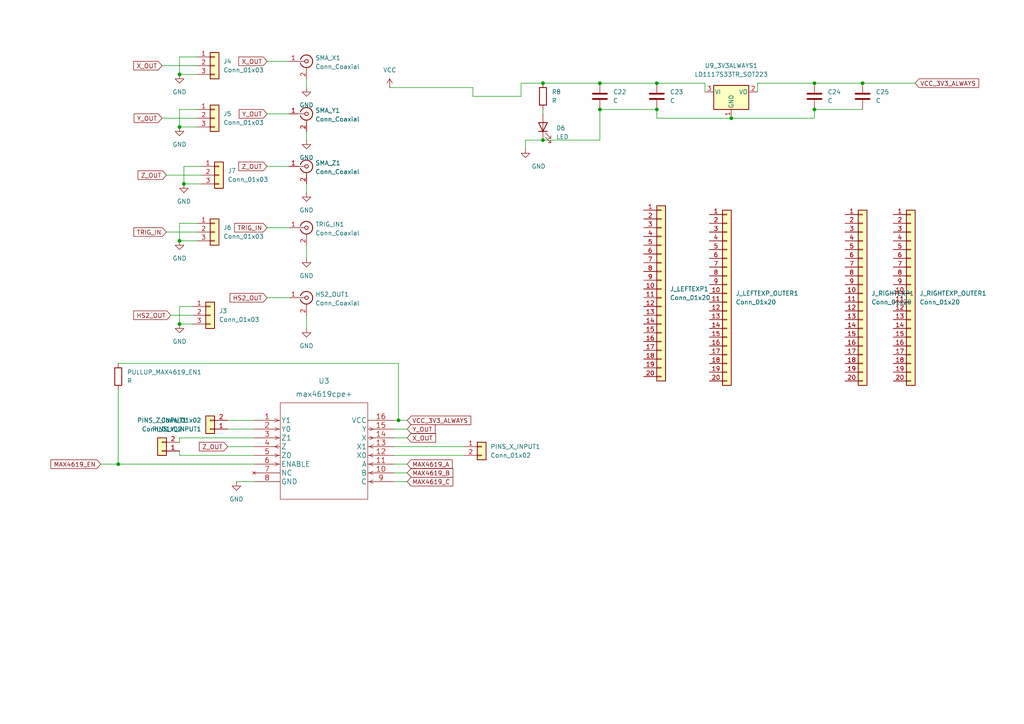
<source format=kicad_sch>
(kicad_sch (version 20211123) (generator eeschema)

  (uuid ccbdd2f4-7289-436e-acf6-c77c35732b01)

  (paper "A4")

  (lib_symbols
    (symbol "Connector:Conn_Coaxial" (pin_names (offset 1.016) hide) (in_bom yes) (on_board yes)
      (property "Reference" "J" (id 0) (at 0.254 3.048 0)
        (effects (font (size 1.27 1.27)))
      )
      (property "Value" "Conn_Coaxial" (id 1) (at 2.921 0 90)
        (effects (font (size 1.27 1.27)))
      )
      (property "Footprint" "" (id 2) (at 0 0 0)
        (effects (font (size 1.27 1.27)) hide)
      )
      (property "Datasheet" " ~" (id 3) (at 0 0 0)
        (effects (font (size 1.27 1.27)) hide)
      )
      (property "ki_keywords" "BNC SMA SMB SMC LEMO coaxial connector CINCH RCA" (id 4) (at 0 0 0)
        (effects (font (size 1.27 1.27)) hide)
      )
      (property "ki_description" "coaxial connector (BNC, SMA, SMB, SMC, Cinch/RCA, LEMO, ...)" (id 5) (at 0 0 0)
        (effects (font (size 1.27 1.27)) hide)
      )
      (property "ki_fp_filters" "*BNC* *SMA* *SMB* *SMC* *Cinch* *LEMO*" (id 6) (at 0 0 0)
        (effects (font (size 1.27 1.27)) hide)
      )
      (symbol "Conn_Coaxial_0_1"
        (arc (start -1.778 -0.508) (mid 0.2311 -1.8066) (end 1.778 0)
          (stroke (width 0.254) (type default) (color 0 0 0 0))
          (fill (type none))
        )
        (polyline
          (pts
            (xy -2.54 0)
            (xy -0.508 0)
          )
          (stroke (width 0) (type default) (color 0 0 0 0))
          (fill (type none))
        )
        (polyline
          (pts
            (xy 0 -2.54)
            (xy 0 -1.778)
          )
          (stroke (width 0) (type default) (color 0 0 0 0))
          (fill (type none))
        )
        (circle (center 0 0) (radius 0.508)
          (stroke (width 0.2032) (type default) (color 0 0 0 0))
          (fill (type none))
        )
        (arc (start 1.778 0) (mid 0.2099 1.8101) (end -1.778 0.508)
          (stroke (width 0.254) (type default) (color 0 0 0 0))
          (fill (type none))
        )
      )
      (symbol "Conn_Coaxial_1_1"
        (pin passive line (at -5.08 0 0) (length 2.54)
          (name "In" (effects (font (size 1.27 1.27))))
          (number "1" (effects (font (size 1.27 1.27))))
        )
        (pin passive line (at 0 -5.08 90) (length 2.54)
          (name "Ext" (effects (font (size 1.27 1.27))))
          (number "2" (effects (font (size 1.27 1.27))))
        )
      )
    )
    (symbol "Connector_Generic:Conn_01x02" (pin_names (offset 1.016) hide) (in_bom yes) (on_board yes)
      (property "Reference" "J" (id 0) (at 0 2.54 0)
        (effects (font (size 1.27 1.27)))
      )
      (property "Value" "Conn_01x02" (id 1) (at 0 -5.08 0)
        (effects (font (size 1.27 1.27)))
      )
      (property "Footprint" "" (id 2) (at 0 0 0)
        (effects (font (size 1.27 1.27)) hide)
      )
      (property "Datasheet" "~" (id 3) (at 0 0 0)
        (effects (font (size 1.27 1.27)) hide)
      )
      (property "ki_keywords" "connector" (id 4) (at 0 0 0)
        (effects (font (size 1.27 1.27)) hide)
      )
      (property "ki_description" "Generic connector, single row, 01x02, script generated (kicad-library-utils/schlib/autogen/connector/)" (id 5) (at 0 0 0)
        (effects (font (size 1.27 1.27)) hide)
      )
      (property "ki_fp_filters" "Connector*:*_1x??_*" (id 6) (at 0 0 0)
        (effects (font (size 1.27 1.27)) hide)
      )
      (symbol "Conn_01x02_1_1"
        (rectangle (start -1.27 -2.413) (end 0 -2.667)
          (stroke (width 0.1524) (type default) (color 0 0 0 0))
          (fill (type none))
        )
        (rectangle (start -1.27 0.127) (end 0 -0.127)
          (stroke (width 0.1524) (type default) (color 0 0 0 0))
          (fill (type none))
        )
        (rectangle (start -1.27 1.27) (end 1.27 -3.81)
          (stroke (width 0.254) (type default) (color 0 0 0 0))
          (fill (type background))
        )
        (pin passive line (at -5.08 0 0) (length 3.81)
          (name "Pin_1" (effects (font (size 1.27 1.27))))
          (number "1" (effects (font (size 1.27 1.27))))
        )
        (pin passive line (at -5.08 -2.54 0) (length 3.81)
          (name "Pin_2" (effects (font (size 1.27 1.27))))
          (number "2" (effects (font (size 1.27 1.27))))
        )
      )
    )
    (symbol "Connector_Generic:Conn_01x03" (pin_names (offset 1.016) hide) (in_bom yes) (on_board yes)
      (property "Reference" "J" (id 0) (at 0 5.08 0)
        (effects (font (size 1.27 1.27)))
      )
      (property "Value" "Conn_01x03" (id 1) (at 0 -5.08 0)
        (effects (font (size 1.27 1.27)))
      )
      (property "Footprint" "" (id 2) (at 0 0 0)
        (effects (font (size 1.27 1.27)) hide)
      )
      (property "Datasheet" "~" (id 3) (at 0 0 0)
        (effects (font (size 1.27 1.27)) hide)
      )
      (property "ki_keywords" "connector" (id 4) (at 0 0 0)
        (effects (font (size 1.27 1.27)) hide)
      )
      (property "ki_description" "Generic connector, single row, 01x03, script generated (kicad-library-utils/schlib/autogen/connector/)" (id 5) (at 0 0 0)
        (effects (font (size 1.27 1.27)) hide)
      )
      (property "ki_fp_filters" "Connector*:*_1x??_*" (id 6) (at 0 0 0)
        (effects (font (size 1.27 1.27)) hide)
      )
      (symbol "Conn_01x03_1_1"
        (rectangle (start -1.27 -2.413) (end 0 -2.667)
          (stroke (width 0.1524) (type default) (color 0 0 0 0))
          (fill (type none))
        )
        (rectangle (start -1.27 0.127) (end 0 -0.127)
          (stroke (width 0.1524) (type default) (color 0 0 0 0))
          (fill (type none))
        )
        (rectangle (start -1.27 2.667) (end 0 2.413)
          (stroke (width 0.1524) (type default) (color 0 0 0 0))
          (fill (type none))
        )
        (rectangle (start -1.27 3.81) (end 1.27 -3.81)
          (stroke (width 0.254) (type default) (color 0 0 0 0))
          (fill (type background))
        )
        (pin passive line (at -5.08 2.54 0) (length 3.81)
          (name "Pin_1" (effects (font (size 1.27 1.27))))
          (number "1" (effects (font (size 1.27 1.27))))
        )
        (pin passive line (at -5.08 0 0) (length 3.81)
          (name "Pin_2" (effects (font (size 1.27 1.27))))
          (number "2" (effects (font (size 1.27 1.27))))
        )
        (pin passive line (at -5.08 -2.54 0) (length 3.81)
          (name "Pin_3" (effects (font (size 1.27 1.27))))
          (number "3" (effects (font (size 1.27 1.27))))
        )
      )
    )
    (symbol "Connector_Generic:Conn_01x20" (pin_names (offset 1.016) hide) (in_bom yes) (on_board yes)
      (property "Reference" "J" (id 0) (at 0 25.4 0)
        (effects (font (size 1.27 1.27)))
      )
      (property "Value" "Conn_01x20" (id 1) (at 0 -27.94 0)
        (effects (font (size 1.27 1.27)))
      )
      (property "Footprint" "" (id 2) (at 0 0 0)
        (effects (font (size 1.27 1.27)) hide)
      )
      (property "Datasheet" "~" (id 3) (at 0 0 0)
        (effects (font (size 1.27 1.27)) hide)
      )
      (property "ki_keywords" "connector" (id 4) (at 0 0 0)
        (effects (font (size 1.27 1.27)) hide)
      )
      (property "ki_description" "Generic connector, single row, 01x20, script generated (kicad-library-utils/schlib/autogen/connector/)" (id 5) (at 0 0 0)
        (effects (font (size 1.27 1.27)) hide)
      )
      (property "ki_fp_filters" "Connector*:*_1x??_*" (id 6) (at 0 0 0)
        (effects (font (size 1.27 1.27)) hide)
      )
      (symbol "Conn_01x20_1_1"
        (rectangle (start -1.27 -25.273) (end 0 -25.527)
          (stroke (width 0.1524) (type default) (color 0 0 0 0))
          (fill (type none))
        )
        (rectangle (start -1.27 -22.733) (end 0 -22.987)
          (stroke (width 0.1524) (type default) (color 0 0 0 0))
          (fill (type none))
        )
        (rectangle (start -1.27 -20.193) (end 0 -20.447)
          (stroke (width 0.1524) (type default) (color 0 0 0 0))
          (fill (type none))
        )
        (rectangle (start -1.27 -17.653) (end 0 -17.907)
          (stroke (width 0.1524) (type default) (color 0 0 0 0))
          (fill (type none))
        )
        (rectangle (start -1.27 -15.113) (end 0 -15.367)
          (stroke (width 0.1524) (type default) (color 0 0 0 0))
          (fill (type none))
        )
        (rectangle (start -1.27 -12.573) (end 0 -12.827)
          (stroke (width 0.1524) (type default) (color 0 0 0 0))
          (fill (type none))
        )
        (rectangle (start -1.27 -10.033) (end 0 -10.287)
          (stroke (width 0.1524) (type default) (color 0 0 0 0))
          (fill (type none))
        )
        (rectangle (start -1.27 -7.493) (end 0 -7.747)
          (stroke (width 0.1524) (type default) (color 0 0 0 0))
          (fill (type none))
        )
        (rectangle (start -1.27 -4.953) (end 0 -5.207)
          (stroke (width 0.1524) (type default) (color 0 0 0 0))
          (fill (type none))
        )
        (rectangle (start -1.27 -2.413) (end 0 -2.667)
          (stroke (width 0.1524) (type default) (color 0 0 0 0))
          (fill (type none))
        )
        (rectangle (start -1.27 0.127) (end 0 -0.127)
          (stroke (width 0.1524) (type default) (color 0 0 0 0))
          (fill (type none))
        )
        (rectangle (start -1.27 2.667) (end 0 2.413)
          (stroke (width 0.1524) (type default) (color 0 0 0 0))
          (fill (type none))
        )
        (rectangle (start -1.27 5.207) (end 0 4.953)
          (stroke (width 0.1524) (type default) (color 0 0 0 0))
          (fill (type none))
        )
        (rectangle (start -1.27 7.747) (end 0 7.493)
          (stroke (width 0.1524) (type default) (color 0 0 0 0))
          (fill (type none))
        )
        (rectangle (start -1.27 10.287) (end 0 10.033)
          (stroke (width 0.1524) (type default) (color 0 0 0 0))
          (fill (type none))
        )
        (rectangle (start -1.27 12.827) (end 0 12.573)
          (stroke (width 0.1524) (type default) (color 0 0 0 0))
          (fill (type none))
        )
        (rectangle (start -1.27 15.367) (end 0 15.113)
          (stroke (width 0.1524) (type default) (color 0 0 0 0))
          (fill (type none))
        )
        (rectangle (start -1.27 17.907) (end 0 17.653)
          (stroke (width 0.1524) (type default) (color 0 0 0 0))
          (fill (type none))
        )
        (rectangle (start -1.27 20.447) (end 0 20.193)
          (stroke (width 0.1524) (type default) (color 0 0 0 0))
          (fill (type none))
        )
        (rectangle (start -1.27 22.987) (end 0 22.733)
          (stroke (width 0.1524) (type default) (color 0 0 0 0))
          (fill (type none))
        )
        (rectangle (start -1.27 24.13) (end 1.27 -26.67)
          (stroke (width 0.254) (type default) (color 0 0 0 0))
          (fill (type background))
        )
        (pin passive line (at -5.08 22.86 0) (length 3.81)
          (name "Pin_1" (effects (font (size 1.27 1.27))))
          (number "1" (effects (font (size 1.27 1.27))))
        )
        (pin passive line (at -5.08 0 0) (length 3.81)
          (name "Pin_10" (effects (font (size 1.27 1.27))))
          (number "10" (effects (font (size 1.27 1.27))))
        )
        (pin passive line (at -5.08 -2.54 0) (length 3.81)
          (name "Pin_11" (effects (font (size 1.27 1.27))))
          (number "11" (effects (font (size 1.27 1.27))))
        )
        (pin passive line (at -5.08 -5.08 0) (length 3.81)
          (name "Pin_12" (effects (font (size 1.27 1.27))))
          (number "12" (effects (font (size 1.27 1.27))))
        )
        (pin passive line (at -5.08 -7.62 0) (length 3.81)
          (name "Pin_13" (effects (font (size 1.27 1.27))))
          (number "13" (effects (font (size 1.27 1.27))))
        )
        (pin passive line (at -5.08 -10.16 0) (length 3.81)
          (name "Pin_14" (effects (font (size 1.27 1.27))))
          (number "14" (effects (font (size 1.27 1.27))))
        )
        (pin passive line (at -5.08 -12.7 0) (length 3.81)
          (name "Pin_15" (effects (font (size 1.27 1.27))))
          (number "15" (effects (font (size 1.27 1.27))))
        )
        (pin passive line (at -5.08 -15.24 0) (length 3.81)
          (name "Pin_16" (effects (font (size 1.27 1.27))))
          (number "16" (effects (font (size 1.27 1.27))))
        )
        (pin passive line (at -5.08 -17.78 0) (length 3.81)
          (name "Pin_17" (effects (font (size 1.27 1.27))))
          (number "17" (effects (font (size 1.27 1.27))))
        )
        (pin passive line (at -5.08 -20.32 0) (length 3.81)
          (name "Pin_18" (effects (font (size 1.27 1.27))))
          (number "18" (effects (font (size 1.27 1.27))))
        )
        (pin passive line (at -5.08 -22.86 0) (length 3.81)
          (name "Pin_19" (effects (font (size 1.27 1.27))))
          (number "19" (effects (font (size 1.27 1.27))))
        )
        (pin passive line (at -5.08 20.32 0) (length 3.81)
          (name "Pin_2" (effects (font (size 1.27 1.27))))
          (number "2" (effects (font (size 1.27 1.27))))
        )
        (pin passive line (at -5.08 -25.4 0) (length 3.81)
          (name "Pin_20" (effects (font (size 1.27 1.27))))
          (number "20" (effects (font (size 1.27 1.27))))
        )
        (pin passive line (at -5.08 17.78 0) (length 3.81)
          (name "Pin_3" (effects (font (size 1.27 1.27))))
          (number "3" (effects (font (size 1.27 1.27))))
        )
        (pin passive line (at -5.08 15.24 0) (length 3.81)
          (name "Pin_4" (effects (font (size 1.27 1.27))))
          (number "4" (effects (font (size 1.27 1.27))))
        )
        (pin passive line (at -5.08 12.7 0) (length 3.81)
          (name "Pin_5" (effects (font (size 1.27 1.27))))
          (number "5" (effects (font (size 1.27 1.27))))
        )
        (pin passive line (at -5.08 10.16 0) (length 3.81)
          (name "Pin_6" (effects (font (size 1.27 1.27))))
          (number "6" (effects (font (size 1.27 1.27))))
        )
        (pin passive line (at -5.08 7.62 0) (length 3.81)
          (name "Pin_7" (effects (font (size 1.27 1.27))))
          (number "7" (effects (font (size 1.27 1.27))))
        )
        (pin passive line (at -5.08 5.08 0) (length 3.81)
          (name "Pin_8" (effects (font (size 1.27 1.27))))
          (number "8" (effects (font (size 1.27 1.27))))
        )
        (pin passive line (at -5.08 2.54 0) (length 3.81)
          (name "Pin_9" (effects (font (size 1.27 1.27))))
          (number "9" (effects (font (size 1.27 1.27))))
        )
      )
    )
    (symbol "Device:C" (pin_numbers hide) (pin_names (offset 0.254)) (in_bom yes) (on_board yes)
      (property "Reference" "C" (id 0) (at 0.635 2.54 0)
        (effects (font (size 1.27 1.27)) (justify left))
      )
      (property "Value" "C" (id 1) (at 0.635 -2.54 0)
        (effects (font (size 1.27 1.27)) (justify left))
      )
      (property "Footprint" "" (id 2) (at 0.9652 -3.81 0)
        (effects (font (size 1.27 1.27)) hide)
      )
      (property "Datasheet" "~" (id 3) (at 0 0 0)
        (effects (font (size 1.27 1.27)) hide)
      )
      (property "ki_keywords" "cap capacitor" (id 4) (at 0 0 0)
        (effects (font (size 1.27 1.27)) hide)
      )
      (property "ki_description" "Unpolarized capacitor" (id 5) (at 0 0 0)
        (effects (font (size 1.27 1.27)) hide)
      )
      (property "ki_fp_filters" "C_*" (id 6) (at 0 0 0)
        (effects (font (size 1.27 1.27)) hide)
      )
      (symbol "C_0_1"
        (polyline
          (pts
            (xy -2.032 -0.762)
            (xy 2.032 -0.762)
          )
          (stroke (width 0.508) (type default) (color 0 0 0 0))
          (fill (type none))
        )
        (polyline
          (pts
            (xy -2.032 0.762)
            (xy 2.032 0.762)
          )
          (stroke (width 0.508) (type default) (color 0 0 0 0))
          (fill (type none))
        )
      )
      (symbol "C_1_1"
        (pin passive line (at 0 3.81 270) (length 2.794)
          (name "~" (effects (font (size 1.27 1.27))))
          (number "1" (effects (font (size 1.27 1.27))))
        )
        (pin passive line (at 0 -3.81 90) (length 2.794)
          (name "~" (effects (font (size 1.27 1.27))))
          (number "2" (effects (font (size 1.27 1.27))))
        )
      )
    )
    (symbol "Device:LED" (pin_numbers hide) (pin_names (offset 1.016) hide) (in_bom yes) (on_board yes)
      (property "Reference" "D" (id 0) (at 0 2.54 0)
        (effects (font (size 1.27 1.27)))
      )
      (property "Value" "LED" (id 1) (at 0 -2.54 0)
        (effects (font (size 1.27 1.27)))
      )
      (property "Footprint" "" (id 2) (at 0 0 0)
        (effects (font (size 1.27 1.27)) hide)
      )
      (property "Datasheet" "~" (id 3) (at 0 0 0)
        (effects (font (size 1.27 1.27)) hide)
      )
      (property "ki_keywords" "LED diode" (id 4) (at 0 0 0)
        (effects (font (size 1.27 1.27)) hide)
      )
      (property "ki_description" "Light emitting diode" (id 5) (at 0 0 0)
        (effects (font (size 1.27 1.27)) hide)
      )
      (property "ki_fp_filters" "LED* LED_SMD:* LED_THT:*" (id 6) (at 0 0 0)
        (effects (font (size 1.27 1.27)) hide)
      )
      (symbol "LED_0_1"
        (polyline
          (pts
            (xy -1.27 -1.27)
            (xy -1.27 1.27)
          )
          (stroke (width 0.254) (type default) (color 0 0 0 0))
          (fill (type none))
        )
        (polyline
          (pts
            (xy -1.27 0)
            (xy 1.27 0)
          )
          (stroke (width 0) (type default) (color 0 0 0 0))
          (fill (type none))
        )
        (polyline
          (pts
            (xy 1.27 -1.27)
            (xy 1.27 1.27)
            (xy -1.27 0)
            (xy 1.27 -1.27)
          )
          (stroke (width 0.254) (type default) (color 0 0 0 0))
          (fill (type none))
        )
        (polyline
          (pts
            (xy -3.048 -0.762)
            (xy -4.572 -2.286)
            (xy -3.81 -2.286)
            (xy -4.572 -2.286)
            (xy -4.572 -1.524)
          )
          (stroke (width 0) (type default) (color 0 0 0 0))
          (fill (type none))
        )
        (polyline
          (pts
            (xy -1.778 -0.762)
            (xy -3.302 -2.286)
            (xy -2.54 -2.286)
            (xy -3.302 -2.286)
            (xy -3.302 -1.524)
          )
          (stroke (width 0) (type default) (color 0 0 0 0))
          (fill (type none))
        )
      )
      (symbol "LED_1_1"
        (pin passive line (at -3.81 0 0) (length 2.54)
          (name "K" (effects (font (size 1.27 1.27))))
          (number "1" (effects (font (size 1.27 1.27))))
        )
        (pin passive line (at 3.81 0 180) (length 2.54)
          (name "A" (effects (font (size 1.27 1.27))))
          (number "2" (effects (font (size 1.27 1.27))))
        )
      )
    )
    (symbol "Device:R" (pin_numbers hide) (pin_names (offset 0)) (in_bom yes) (on_board yes)
      (property "Reference" "R" (id 0) (at 2.032 0 90)
        (effects (font (size 1.27 1.27)))
      )
      (property "Value" "R" (id 1) (at 0 0 90)
        (effects (font (size 1.27 1.27)))
      )
      (property "Footprint" "" (id 2) (at -1.778 0 90)
        (effects (font (size 1.27 1.27)) hide)
      )
      (property "Datasheet" "~" (id 3) (at 0 0 0)
        (effects (font (size 1.27 1.27)) hide)
      )
      (property "ki_keywords" "R res resistor" (id 4) (at 0 0 0)
        (effects (font (size 1.27 1.27)) hide)
      )
      (property "ki_description" "Resistor" (id 5) (at 0 0 0)
        (effects (font (size 1.27 1.27)) hide)
      )
      (property "ki_fp_filters" "R_*" (id 6) (at 0 0 0)
        (effects (font (size 1.27 1.27)) hide)
      )
      (symbol "R_0_1"
        (rectangle (start -1.016 -2.54) (end 1.016 2.54)
          (stroke (width 0.254) (type default) (color 0 0 0 0))
          (fill (type none))
        )
      )
      (symbol "R_1_1"
        (pin passive line (at 0 3.81 270) (length 1.27)
          (name "~" (effects (font (size 1.27 1.27))))
          (number "1" (effects (font (size 1.27 1.27))))
        )
        (pin passive line (at 0 -3.81 90) (length 1.27)
          (name "~" (effects (font (size 1.27 1.27))))
          (number "2" (effects (font (size 1.27 1.27))))
        )
      )
    )
    (symbol "Regulator_Linear:LD1117S33TR_SOT223" (pin_names (offset 0.254)) (in_bom yes) (on_board yes)
      (property "Reference" "U" (id 0) (at -3.81 3.175 0)
        (effects (font (size 1.27 1.27)))
      )
      (property "Value" "LD1117S33TR_SOT223" (id 1) (at 0 3.175 0)
        (effects (font (size 1.27 1.27)) (justify left))
      )
      (property "Footprint" "Package_TO_SOT_SMD:SOT-223-3_TabPin2" (id 2) (at 0 5.08 0)
        (effects (font (size 1.27 1.27)) hide)
      )
      (property "Datasheet" "http://www.st.com/st-web-ui/static/active/en/resource/technical/document/datasheet/CD00000544.pdf" (id 3) (at 2.54 -6.35 0)
        (effects (font (size 1.27 1.27)) hide)
      )
      (property "ki_keywords" "REGULATOR LDO 3.3V" (id 4) (at 0 0 0)
        (effects (font (size 1.27 1.27)) hide)
      )
      (property "ki_description" "800mA Fixed Low Drop Positive Voltage Regulator, Fixed Output 3.3V, SOT-223" (id 5) (at 0 0 0)
        (effects (font (size 1.27 1.27)) hide)
      )
      (property "ki_fp_filters" "SOT?223*TabPin2*" (id 6) (at 0 0 0)
        (effects (font (size 1.27 1.27)) hide)
      )
      (symbol "LD1117S33TR_SOT223_0_1"
        (rectangle (start -5.08 -5.08) (end 5.08 1.905)
          (stroke (width 0.254) (type default) (color 0 0 0 0))
          (fill (type background))
        )
      )
      (symbol "LD1117S33TR_SOT223_1_1"
        (pin power_in line (at 0 -7.62 90) (length 2.54)
          (name "GND" (effects (font (size 1.27 1.27))))
          (number "1" (effects (font (size 1.27 1.27))))
        )
        (pin power_out line (at 7.62 0 180) (length 2.54)
          (name "VO" (effects (font (size 1.27 1.27))))
          (number "2" (effects (font (size 1.27 1.27))))
        )
        (pin power_in line (at -7.62 0 0) (length 2.54)
          (name "VI" (effects (font (size 1.27 1.27))))
          (number "3" (effects (font (size 1.27 1.27))))
        )
      )
    )
    (symbol "glitcher:max4619cpe+" (pin_names (offset 0.254)) (in_bom yes) (on_board yes)
      (property "Reference" "U" (id 0) (at 20.32 10.16 0)
        (effects (font (size 1.524 1.524)))
      )
      (property "Value" "max4619cpe+" (id 1) (at 20.32 7.62 0)
        (effects (font (size 1.524 1.524)))
      )
      (property "Footprint" "21-0043_P16+1_MXM" (id 2) (at 20.32 6.096 0)
        (effects (font (size 1.524 1.524)) hide)
      )
      (property "Datasheet" "" (id 3) (at 0 0 0)
        (effects (font (size 1.524 1.524)))
      )
      (property "ki_locked" "" (id 4) (at 0 0 0)
        (effects (font (size 1.27 1.27)))
      )
      (property "ki_fp_filters" "21-0043_P16+1_MXM" (id 5) (at 0 0 0)
        (effects (font (size 1.27 1.27)) hide)
      )
      (symbol "max4619cpe+_1_1"
        (polyline
          (pts
            (xy 7.112 -12.7)
            (xy 6.0452 -13.208)
          )
          (stroke (width 0.127) (type default) (color 0 0 0 0))
          (fill (type none))
        )
        (polyline
          (pts
            (xy 7.112 -12.7)
            (xy 6.0452 -12.192)
          )
          (stroke (width 0.127) (type default) (color 0 0 0 0))
          (fill (type none))
        )
        (polyline
          (pts
            (xy 7.112 -10.16)
            (xy 6.0452 -10.668)
          )
          (stroke (width 0.127) (type default) (color 0 0 0 0))
          (fill (type none))
        )
        (polyline
          (pts
            (xy 7.112 -10.16)
            (xy 6.0452 -9.652)
          )
          (stroke (width 0.127) (type default) (color 0 0 0 0))
          (fill (type none))
        )
        (polyline
          (pts
            (xy 7.112 -8.128)
            (xy 6.0452 -7.62)
          )
          (stroke (width 0.127) (type default) (color 0 0 0 0))
          (fill (type none))
        )
        (polyline
          (pts
            (xy 7.112 -7.112)
            (xy 6.0452 -7.62)
          )
          (stroke (width 0.127) (type default) (color 0 0 0 0))
          (fill (type none))
        )
        (polyline
          (pts
            (xy 7.112 -5.08)
            (xy 6.0452 -5.588)
          )
          (stroke (width 0.127) (type default) (color 0 0 0 0))
          (fill (type none))
        )
        (polyline
          (pts
            (xy 7.112 -5.08)
            (xy 6.0452 -4.572)
          )
          (stroke (width 0.127) (type default) (color 0 0 0 0))
          (fill (type none))
        )
        (polyline
          (pts
            (xy 7.112 -2.54)
            (xy 6.0452 -3.048)
          )
          (stroke (width 0.127) (type default) (color 0 0 0 0))
          (fill (type none))
        )
        (polyline
          (pts
            (xy 7.112 -2.54)
            (xy 6.0452 -2.032)
          )
          (stroke (width 0.127) (type default) (color 0 0 0 0))
          (fill (type none))
        )
        (polyline
          (pts
            (xy 7.112 0)
            (xy 6.0452 -0.508)
          )
          (stroke (width 0.127) (type default) (color 0 0 0 0))
          (fill (type none))
        )
        (polyline
          (pts
            (xy 7.112 0)
            (xy 6.0452 0.508)
          )
          (stroke (width 0.127) (type default) (color 0 0 0 0))
          (fill (type none))
        )
        (polyline
          (pts
            (xy 7.62 -22.86)
            (xy 33.02 -22.86)
          )
          (stroke (width 0.127) (type default) (color 0 0 0 0))
          (fill (type none))
        )
        (polyline
          (pts
            (xy 7.62 5.08)
            (xy 7.62 -22.86)
          )
          (stroke (width 0.127) (type default) (color 0 0 0 0))
          (fill (type none))
        )
        (polyline
          (pts
            (xy 33.02 -22.86)
            (xy 33.02 5.08)
          )
          (stroke (width 0.127) (type default) (color 0 0 0 0))
          (fill (type none))
        )
        (polyline
          (pts
            (xy 33.02 5.08)
            (xy 7.62 5.08)
          )
          (stroke (width 0.127) (type default) (color 0 0 0 0))
          (fill (type none))
        )
        (polyline
          (pts
            (xy 33.528 -17.78)
            (xy 34.5948 -18.288)
          )
          (stroke (width 0.127) (type default) (color 0 0 0 0))
          (fill (type none))
        )
        (polyline
          (pts
            (xy 33.528 -17.78)
            (xy 34.5948 -17.272)
          )
          (stroke (width 0.127) (type default) (color 0 0 0 0))
          (fill (type none))
        )
        (polyline
          (pts
            (xy 33.528 -15.24)
            (xy 34.5948 -15.748)
          )
          (stroke (width 0.127) (type default) (color 0 0 0 0))
          (fill (type none))
        )
        (polyline
          (pts
            (xy 33.528 -15.24)
            (xy 34.5948 -14.732)
          )
          (stroke (width 0.127) (type default) (color 0 0 0 0))
          (fill (type none))
        )
        (polyline
          (pts
            (xy 33.528 -12.7)
            (xy 34.5948 -13.208)
          )
          (stroke (width 0.127) (type default) (color 0 0 0 0))
          (fill (type none))
        )
        (polyline
          (pts
            (xy 33.528 -12.7)
            (xy 34.5948 -12.192)
          )
          (stroke (width 0.127) (type default) (color 0 0 0 0))
          (fill (type none))
        )
        (polyline
          (pts
            (xy 33.528 -10.16)
            (xy 34.5948 -10.668)
          )
          (stroke (width 0.127) (type default) (color 0 0 0 0))
          (fill (type none))
        )
        (polyline
          (pts
            (xy 33.528 -10.16)
            (xy 34.5948 -9.652)
          )
          (stroke (width 0.127) (type default) (color 0 0 0 0))
          (fill (type none))
        )
        (polyline
          (pts
            (xy 33.528 -7.62)
            (xy 34.5948 -8.128)
          )
          (stroke (width 0.127) (type default) (color 0 0 0 0))
          (fill (type none))
        )
        (polyline
          (pts
            (xy 33.528 -7.62)
            (xy 34.5948 -7.112)
          )
          (stroke (width 0.127) (type default) (color 0 0 0 0))
          (fill (type none))
        )
        (polyline
          (pts
            (xy 33.528 -5.588)
            (xy 34.5948 -5.08)
          )
          (stroke (width 0.127) (type default) (color 0 0 0 0))
          (fill (type none))
        )
        (polyline
          (pts
            (xy 33.528 -4.572)
            (xy 34.5948 -5.08)
          )
          (stroke (width 0.127) (type default) (color 0 0 0 0))
          (fill (type none))
        )
        (polyline
          (pts
            (xy 33.528 -3.048)
            (xy 34.5948 -2.54)
          )
          (stroke (width 0.127) (type default) (color 0 0 0 0))
          (fill (type none))
        )
        (polyline
          (pts
            (xy 33.528 -2.032)
            (xy 34.5948 -2.54)
          )
          (stroke (width 0.127) (type default) (color 0 0 0 0))
          (fill (type none))
        )
        (pin input line (at 0 0 0) (length 7.62)
          (name "Y1" (effects (font (size 1.4986 1.4986))))
          (number "1" (effects (font (size 1.4986 1.4986))))
        )
        (pin input line (at 40.64 -15.24 180) (length 7.62)
          (name "B" (effects (font (size 1.4986 1.4986))))
          (number "10" (effects (font (size 1.4986 1.4986))))
        )
        (pin input line (at 40.64 -12.7 180) (length 7.62)
          (name "A" (effects (font (size 1.4986 1.4986))))
          (number "11" (effects (font (size 1.4986 1.4986))))
        )
        (pin input line (at 40.64 -10.16 180) (length 7.62)
          (name "X0" (effects (font (size 1.4986 1.4986))))
          (number "12" (effects (font (size 1.4986 1.4986))))
        )
        (pin input line (at 40.64 -7.62 180) (length 7.62)
          (name "X1" (effects (font (size 1.4986 1.4986))))
          (number "13" (effects (font (size 1.4986 1.4986))))
        )
        (pin output line (at 40.64 -5.08 180) (length 7.62)
          (name "X" (effects (font (size 1.4986 1.4986))))
          (number "14" (effects (font (size 1.4986 1.4986))))
        )
        (pin output line (at 40.64 -2.54 180) (length 7.62)
          (name "Y" (effects (font (size 1.4986 1.4986))))
          (number "15" (effects (font (size 1.4986 1.4986))))
        )
        (pin power_in line (at 40.64 0 180) (length 7.62)
          (name "VCC" (effects (font (size 1.4986 1.4986))))
          (number "16" (effects (font (size 1.4986 1.4986))))
        )
        (pin input line (at 0 -2.54 0) (length 7.62)
          (name "Y0" (effects (font (size 1.4986 1.4986))))
          (number "2" (effects (font (size 1.4986 1.4986))))
        )
        (pin input line (at 0 -5.08 0) (length 7.62)
          (name "Z1" (effects (font (size 1.4986 1.4986))))
          (number "3" (effects (font (size 1.4986 1.4986))))
        )
        (pin output line (at 0 -7.62 0) (length 7.62)
          (name "Z" (effects (font (size 1.4986 1.4986))))
          (number "4" (effects (font (size 1.4986 1.4986))))
        )
        (pin input line (at 0 -10.16 0) (length 7.62)
          (name "Z0" (effects (font (size 1.4986 1.4986))))
          (number "5" (effects (font (size 1.4986 1.4986))))
        )
        (pin input line (at 0 -12.7 0) (length 7.62)
          (name "ENABLE" (effects (font (size 1.4986 1.4986))))
          (number "6" (effects (font (size 1.4986 1.4986))))
        )
        (pin no_connect line (at 0 -15.24 0) (length 7.62)
          (name "NC" (effects (font (size 1.4986 1.4986))))
          (number "7" (effects (font (size 1.4986 1.4986))))
        )
        (pin power_in line (at 0 -17.78 0) (length 7.62)
          (name "GND" (effects (font (size 1.4986 1.4986))))
          (number "8" (effects (font (size 1.4986 1.4986))))
        )
        (pin input line (at 40.64 -17.78 180) (length 7.62)
          (name "C" (effects (font (size 1.4986 1.4986))))
          (number "9" (effects (font (size 1.4986 1.4986))))
        )
      )
    )
    (symbol "power:GND" (power) (pin_names (offset 0)) (in_bom yes) (on_board yes)
      (property "Reference" "#PWR" (id 0) (at 0 -6.35 0)
        (effects (font (size 1.27 1.27)) hide)
      )
      (property "Value" "GND" (id 1) (at 0 -3.81 0)
        (effects (font (size 1.27 1.27)))
      )
      (property "Footprint" "" (id 2) (at 0 0 0)
        (effects (font (size 1.27 1.27)) hide)
      )
      (property "Datasheet" "" (id 3) (at 0 0 0)
        (effects (font (size 1.27 1.27)) hide)
      )
      (property "ki_keywords" "power-flag" (id 4) (at 0 0 0)
        (effects (font (size 1.27 1.27)) hide)
      )
      (property "ki_description" "Power symbol creates a global label with name \"GND\" , ground" (id 5) (at 0 0 0)
        (effects (font (size 1.27 1.27)) hide)
      )
      (symbol "GND_0_1"
        (polyline
          (pts
            (xy 0 0)
            (xy 0 -1.27)
            (xy 1.27 -1.27)
            (xy 0 -2.54)
            (xy -1.27 -1.27)
            (xy 0 -1.27)
          )
          (stroke (width 0) (type default) (color 0 0 0 0))
          (fill (type none))
        )
      )
      (symbol "GND_1_1"
        (pin power_in line (at 0 0 270) (length 0) hide
          (name "GND" (effects (font (size 1.27 1.27))))
          (number "1" (effects (font (size 1.27 1.27))))
        )
      )
    )
    (symbol "power:VCC" (power) (pin_names (offset 0)) (in_bom yes) (on_board yes)
      (property "Reference" "#PWR" (id 0) (at 0 -3.81 0)
        (effects (font (size 1.27 1.27)) hide)
      )
      (property "Value" "VCC" (id 1) (at 0 3.81 0)
        (effects (font (size 1.27 1.27)))
      )
      (property "Footprint" "" (id 2) (at 0 0 0)
        (effects (font (size 1.27 1.27)) hide)
      )
      (property "Datasheet" "" (id 3) (at 0 0 0)
        (effects (font (size 1.27 1.27)) hide)
      )
      (property "ki_keywords" "power-flag" (id 4) (at 0 0 0)
        (effects (font (size 1.27 1.27)) hide)
      )
      (property "ki_description" "Power symbol creates a global label with name \"VCC\"" (id 5) (at 0 0 0)
        (effects (font (size 1.27 1.27)) hide)
      )
      (symbol "VCC_0_1"
        (polyline
          (pts
            (xy -0.762 1.27)
            (xy 0 2.54)
          )
          (stroke (width 0) (type default) (color 0 0 0 0))
          (fill (type none))
        )
        (polyline
          (pts
            (xy 0 0)
            (xy 0 2.54)
          )
          (stroke (width 0) (type default) (color 0 0 0 0))
          (fill (type none))
        )
        (polyline
          (pts
            (xy 0 2.54)
            (xy 0.762 1.27)
          )
          (stroke (width 0) (type default) (color 0 0 0 0))
          (fill (type none))
        )
      )
      (symbol "VCC_1_1"
        (pin power_in line (at 0 0 90) (length 0) hide
          (name "VCC" (effects (font (size 1.27 1.27))))
          (number "1" (effects (font (size 1.27 1.27))))
        )
      )
    )
  )

  (junction (at 115.57 121.92) (diameter 0) (color 0 0 0 0)
    (uuid 11ec8895-3f00-4711-b0a6-9769680f1c87)
  )
  (junction (at 250.19 24.13) (diameter 0) (color 0 0 0 0)
    (uuid 1f0be77a-7017-4d4e-8bee-1999b3e87fc7)
  )
  (junction (at 52.07 69.85) (diameter 0) (color 0 0 0 0)
    (uuid 346596e7-a0f1-407d-bc05-11a673e357dd)
  )
  (junction (at 173.99 31.75) (diameter 0) (color 0 0 0 0)
    (uuid 4eb6f102-f155-411e-be6a-baa9c5c26a65)
  )
  (junction (at 190.5 31.75) (diameter 0) (color 0 0 0 0)
    (uuid 5c4da8ef-f026-4824-ba79-000ad45feaee)
  )
  (junction (at 52.07 21.59) (diameter 0) (color 0 0 0 0)
    (uuid 66589c5d-a56c-411d-9983-1ebef783c0bb)
  )
  (junction (at 53.34 53.34) (diameter 0) (color 0 0 0 0)
    (uuid 6776fe1f-fdbe-46b3-a402-c1f0295c3e0e)
  )
  (junction (at 34.29 134.62) (diameter 0) (color 0 0 0 0)
    (uuid 68183622-0aad-41f8-bf6e-f1dcf5435405)
  )
  (junction (at 236.22 31.75) (diameter 0) (color 0 0 0 0)
    (uuid 6cfbf7de-7202-4f53-afd4-00a6a6e68413)
  )
  (junction (at 236.22 24.13) (diameter 0) (color 0 0 0 0)
    (uuid 6d673939-0a32-4f4f-80fa-41fffa37bc4c)
  )
  (junction (at 157.48 40.64) (diameter 0) (color 0 0 0 0)
    (uuid 8b6879e2-31e1-49d3-ac42-498416b0942f)
  )
  (junction (at 52.07 36.83) (diameter 0) (color 0 0 0 0)
    (uuid 91fb293b-e5fa-4be5-adb7-c4ca8d01646b)
  )
  (junction (at 157.48 24.13) (diameter 0) (color 0 0 0 0)
    (uuid a9f4f2b9-fe4c-402e-b088-903ec00133d0)
  )
  (junction (at 190.5 24.13) (diameter 0) (color 0 0 0 0)
    (uuid ae9e8c66-2aea-405f-9087-7ca2bc9854a1)
  )
  (junction (at 212.09 34.29) (diameter 0) (color 0 0 0 0)
    (uuid bc978922-bbca-47d1-9865-871fce28547f)
  )
  (junction (at 52.07 93.98) (diameter 0) (color 0 0 0 0)
    (uuid c19b93eb-5690-4454-badd-e73939c56127)
  )
  (junction (at 173.99 24.13) (diameter 0) (color 0 0 0 0)
    (uuid ee60716d-160a-4fa6-8710-15ee5128aadf)
  )

  (wire (pts (xy 77.47 33.02) (xy 83.82 33.02))
    (stroke (width 0) (type default) (color 0 0 0 0))
    (uuid 09aa12a4-7a67-4f5f-b6d2-036d34bfc88e)
  )
  (wire (pts (xy 52.07 88.9) (xy 55.88 88.9))
    (stroke (width 0) (type default) (color 0 0 0 0))
    (uuid 0aecbc5d-e57e-4aca-9cdf-210f53489a24)
  )
  (wire (pts (xy 219.71 24.13) (xy 236.22 24.13))
    (stroke (width 0) (type default) (color 0 0 0 0))
    (uuid 1141b2db-17a6-4c76-b0b0-35a2daefcd8c)
  )
  (wire (pts (xy 137.16 25.4) (xy 137.16 27.94))
    (stroke (width 0) (type default) (color 0 0 0 0))
    (uuid 1381fb3e-d19a-4d25-abc2-79173cf6baec)
  )
  (wire (pts (xy 204.47 24.13) (xy 204.47 26.67))
    (stroke (width 0) (type default) (color 0 0 0 0))
    (uuid 16ee4124-0ffc-4c4b-8bed-6769f5ed5f03)
  )
  (wire (pts (xy 173.99 31.75) (xy 190.5 31.75))
    (stroke (width 0) (type default) (color 0 0 0 0))
    (uuid 17453b63-b128-480c-ac77-67ed21581f97)
  )
  (wire (pts (xy 152.4 40.64) (xy 157.48 40.64))
    (stroke (width 0) (type default) (color 0 0 0 0))
    (uuid 1a5a0626-fa88-4e03-99c5-cabc864f667c)
  )
  (wire (pts (xy 48.26 50.8) (xy 58.42 50.8))
    (stroke (width 0) (type default) (color 0 0 0 0))
    (uuid 27921dcd-962f-4185-859d-453a78c26fc2)
  )
  (wire (pts (xy 48.26 67.31) (xy 57.15 67.31))
    (stroke (width 0) (type default) (color 0 0 0 0))
    (uuid 27e8e4e0-cfd2-470c-b443-75780ddd9f14)
  )
  (wire (pts (xy 190.5 34.29) (xy 190.5 31.75))
    (stroke (width 0) (type default) (color 0 0 0 0))
    (uuid 282a7132-b168-44d8-b464-7aeed0f0f44a)
  )
  (wire (pts (xy 49.53 91.44) (xy 55.88 91.44))
    (stroke (width 0) (type default) (color 0 0 0 0))
    (uuid 2af08819-472d-47f6-ac5f-8dc71e511d43)
  )
  (wire (pts (xy 114.3 132.08) (xy 134.62 132.08))
    (stroke (width 0) (type default) (color 0 0 0 0))
    (uuid 2cdaeca6-2c9e-40e3-8c9e-805dd5fac56a)
  )
  (wire (pts (xy 52.07 21.59) (xy 52.07 16.51))
    (stroke (width 0) (type default) (color 0 0 0 0))
    (uuid 2ed63398-7c59-464f-b406-0cf5e3e1207d)
  )
  (wire (pts (xy 34.29 134.62) (xy 73.66 134.62))
    (stroke (width 0) (type default) (color 0 0 0 0))
    (uuid 33776713-fda5-4f7b-8f75-c25bf00d1fc7)
  )
  (wire (pts (xy 250.19 24.13) (xy 265.43 24.13))
    (stroke (width 0) (type default) (color 0 0 0 0))
    (uuid 36668ecc-5d36-4e0c-990e-ed95891667dd)
  )
  (wire (pts (xy 190.5 24.13) (xy 204.47 24.13))
    (stroke (width 0) (type default) (color 0 0 0 0))
    (uuid 3731d610-7c34-4e83-9d93-bcca4910a06c)
  )
  (wire (pts (xy 53.34 53.34) (xy 53.34 48.26))
    (stroke (width 0) (type default) (color 0 0 0 0))
    (uuid 3775cddc-baa7-4f19-b812-919829068111)
  )
  (wire (pts (xy 52.07 132.08) (xy 73.66 132.08))
    (stroke (width 0) (type default) (color 0 0 0 0))
    (uuid 3dcf6069-a427-4e0c-ae1c-73c1ad8eb339)
  )
  (wire (pts (xy 52.07 36.83) (xy 52.07 31.75))
    (stroke (width 0) (type default) (color 0 0 0 0))
    (uuid 414fad3f-4af6-4c72-97b3-2b73df44adc6)
  )
  (wire (pts (xy 173.99 24.13) (xy 190.5 24.13))
    (stroke (width 0) (type default) (color 0 0 0 0))
    (uuid 4a9a2f4f-d677-42d3-be3b-be36e2ff3a65)
  )
  (wire (pts (xy 52.07 93.98) (xy 52.07 88.9))
    (stroke (width 0) (type default) (color 0 0 0 0))
    (uuid 4d54fc10-4446-4966-96d9-43e6e8681cd4)
  )
  (wire (pts (xy 114.3 121.92) (xy 115.57 121.92))
    (stroke (width 0) (type default) (color 0 0 0 0))
    (uuid 4d9b5186-4c76-450c-88c4-06b8afe25064)
  )
  (wire (pts (xy 46.99 34.29) (xy 57.15 34.29))
    (stroke (width 0) (type default) (color 0 0 0 0))
    (uuid 514528e6-3fee-4c83-895a-9a55a712d92a)
  )
  (wire (pts (xy 114.3 139.7) (xy 118.11 139.7))
    (stroke (width 0) (type default) (color 0 0 0 0))
    (uuid 51eb7063-b134-4358-bbda-c17b2ec5bf98)
  )
  (wire (pts (xy 68.58 139.7) (xy 73.66 139.7))
    (stroke (width 0) (type default) (color 0 0 0 0))
    (uuid 589fff95-229f-4bf0-ad28-eb091dc21df5)
  )
  (wire (pts (xy 236.22 24.13) (xy 250.19 24.13))
    (stroke (width 0) (type default) (color 0 0 0 0))
    (uuid 5d73dfe3-fb0b-4522-8102-a2ccbaa0e971)
  )
  (wire (pts (xy 152.4 43.18) (xy 152.4 40.64))
    (stroke (width 0) (type default) (color 0 0 0 0))
    (uuid 5d834b25-afd8-4b5b-bc16-d672db5c9221)
  )
  (wire (pts (xy 236.22 34.29) (xy 212.09 34.29))
    (stroke (width 0) (type default) (color 0 0 0 0))
    (uuid 60d4377b-0e0a-432b-b6dc-2b89b3ce28e5)
  )
  (wire (pts (xy 52.07 64.77) (xy 57.15 64.77))
    (stroke (width 0) (type default) (color 0 0 0 0))
    (uuid 67272c79-fe4f-4746-a474-6d8d4de68ea6)
  )
  (wire (pts (xy 236.22 31.75) (xy 236.22 34.29))
    (stroke (width 0) (type default) (color 0 0 0 0))
    (uuid 683a653c-440a-4140-9e50-82a337f2c693)
  )
  (wire (pts (xy 157.48 31.75) (xy 157.48 33.02))
    (stroke (width 0) (type default) (color 0 0 0 0))
    (uuid 685dc785-f20a-44ad-a650-a44ad3786ca2)
  )
  (wire (pts (xy 53.34 48.26) (xy 58.42 48.26))
    (stroke (width 0) (type default) (color 0 0 0 0))
    (uuid 68ad983b-a1c4-4493-b2f7-1ddb1f8ed5bd)
  )
  (wire (pts (xy 52.07 93.98) (xy 55.88 93.98))
    (stroke (width 0) (type default) (color 0 0 0 0))
    (uuid 695a55d5-1027-49f2-962f-6b1bd0e89b67)
  )
  (wire (pts (xy 212.09 34.29) (xy 190.5 34.29))
    (stroke (width 0) (type default) (color 0 0 0 0))
    (uuid 6bc6b278-618e-46bc-bf58-f1c4150ec73e)
  )
  (wire (pts (xy 115.57 105.41) (xy 115.57 121.92))
    (stroke (width 0) (type default) (color 0 0 0 0))
    (uuid 6e51841d-40fd-438c-8901-3f641e2b09fb)
  )
  (wire (pts (xy 77.47 17.78) (xy 83.82 17.78))
    (stroke (width 0) (type default) (color 0 0 0 0))
    (uuid 6ec75f94-7a06-4334-889a-7f327416d67d)
  )
  (wire (pts (xy 157.48 24.13) (xy 173.99 24.13))
    (stroke (width 0) (type default) (color 0 0 0 0))
    (uuid 71eddf6c-1648-42f8-be48-b31d32f1131e)
  )
  (wire (pts (xy 236.22 31.75) (xy 250.19 31.75))
    (stroke (width 0) (type default) (color 0 0 0 0))
    (uuid 738d8c71-5cf8-4b52-81e6-2afa88f2768e)
  )
  (wire (pts (xy 173.99 31.75) (xy 173.99 40.64))
    (stroke (width 0) (type default) (color 0 0 0 0))
    (uuid 7b4bde09-582c-4d8d-b8d7-cf2cb4d8d974)
  )
  (wire (pts (xy 77.47 86.36) (xy 83.82 86.36))
    (stroke (width 0) (type default) (color 0 0 0 0))
    (uuid 7f5cacdd-6d17-4592-b02e-189cbf973e5e)
  )
  (wire (pts (xy 66.04 121.92) (xy 73.66 121.92))
    (stroke (width 0) (type default) (color 0 0 0 0))
    (uuid 82443e9e-972a-40c4-ad0e-4ed129cd7640)
  )
  (wire (pts (xy 88.9 71.12) (xy 88.9 74.93))
    (stroke (width 0) (type default) (color 0 0 0 0))
    (uuid 82776b05-721f-49df-a8ee-c61c2217d4ed)
  )
  (wire (pts (xy 219.71 26.67) (xy 219.71 24.13))
    (stroke (width 0) (type default) (color 0 0 0 0))
    (uuid 88ebdb02-1752-4a52-a1de-638a6398f981)
  )
  (wire (pts (xy 34.29 113.03) (xy 34.29 134.62))
    (stroke (width 0) (type default) (color 0 0 0 0))
    (uuid 8b31f022-59b1-46ce-827c-487cb58b4b54)
  )
  (wire (pts (xy 34.29 105.41) (xy 115.57 105.41))
    (stroke (width 0) (type default) (color 0 0 0 0))
    (uuid 8bbc9a7a-22ef-4278-82fd-7a39a2978624)
  )
  (wire (pts (xy 52.07 21.59) (xy 57.15 21.59))
    (stroke (width 0) (type default) (color 0 0 0 0))
    (uuid 9205d209-b3db-4c94-8be1-c97211a71545)
  )
  (wire (pts (xy 53.34 53.34) (xy 58.42 53.34))
    (stroke (width 0) (type default) (color 0 0 0 0))
    (uuid 922353cf-5b88-4363-9f19-1e1dcb1dbbb2)
  )
  (wire (pts (xy 52.07 69.85) (xy 57.15 69.85))
    (stroke (width 0) (type default) (color 0 0 0 0))
    (uuid 94391534-0b3e-49a8-a674-c516155080c7)
  )
  (wire (pts (xy 52.07 69.85) (xy 52.07 64.77))
    (stroke (width 0) (type default) (color 0 0 0 0))
    (uuid 957706ae-a964-4184-bc8c-bd39d4a77f4c)
  )
  (wire (pts (xy 137.16 27.94) (xy 151.13 27.94))
    (stroke (width 0) (type default) (color 0 0 0 0))
    (uuid 991c1b4d-f916-48b3-9880-579676d17509)
  )
  (wire (pts (xy 151.13 24.13) (xy 157.48 24.13))
    (stroke (width 0) (type default) (color 0 0 0 0))
    (uuid 9d643a37-2c6f-4a32-97b6-53b495268565)
  )
  (wire (pts (xy 114.3 127) (xy 118.11 127))
    (stroke (width 0) (type default) (color 0 0 0 0))
    (uuid 9e07438c-129d-43db-bb6d-ee534e915f45)
  )
  (wire (pts (xy 52.07 127) (xy 73.66 127))
    (stroke (width 0) (type default) (color 0 0 0 0))
    (uuid a0a807b2-88d7-455c-9fac-6103ae33636b)
  )
  (wire (pts (xy 88.9 38.1) (xy 88.9 40.64))
    (stroke (width 0) (type default) (color 0 0 0 0))
    (uuid a1129773-793f-44ab-a68b-5098c6e6c747)
  )
  (wire (pts (xy 46.99 19.05) (xy 57.15 19.05))
    (stroke (width 0) (type default) (color 0 0 0 0))
    (uuid ae624000-84da-4401-9598-51aa9d8a662e)
  )
  (wire (pts (xy 88.9 22.86) (xy 88.9 25.4))
    (stroke (width 0) (type default) (color 0 0 0 0))
    (uuid afdb079f-2074-46b7-bf7c-070597e5f9e2)
  )
  (wire (pts (xy 77.47 48.26) (xy 83.82 48.26))
    (stroke (width 0) (type default) (color 0 0 0 0))
    (uuid b4292467-c39f-45f4-b1d9-64156a252a75)
  )
  (wire (pts (xy 88.9 53.34) (xy 88.9 55.88))
    (stroke (width 0) (type default) (color 0 0 0 0))
    (uuid b70492b6-125e-4a0e-98a1-3c70c002e067)
  )
  (wire (pts (xy 52.07 36.83) (xy 57.15 36.83))
    (stroke (width 0) (type default) (color 0 0 0 0))
    (uuid b761a271-fccf-4a1a-a1e5-c80acc1d14b1)
  )
  (wire (pts (xy 114.3 134.62) (xy 118.11 134.62))
    (stroke (width 0) (type default) (color 0 0 0 0))
    (uuid b7aa00d2-4bb0-46d8-bdcc-5c9d6bb0b617)
  )
  (wire (pts (xy 52.07 128.27) (xy 52.07 127))
    (stroke (width 0) (type default) (color 0 0 0 0))
    (uuid bba7bd21-3c66-40b2-bf8c-2d2bb4265549)
  )
  (wire (pts (xy 113.03 25.4) (xy 137.16 25.4))
    (stroke (width 0) (type default) (color 0 0 0 0))
    (uuid bde052ab-9167-420d-914f-0f93a77302ea)
  )
  (wire (pts (xy 52.07 16.51) (xy 57.15 16.51))
    (stroke (width 0) (type default) (color 0 0 0 0))
    (uuid beb9c157-bbc0-4d3d-8448-2691d9b23465)
  )
  (wire (pts (xy 151.13 27.94) (xy 151.13 24.13))
    (stroke (width 0) (type default) (color 0 0 0 0))
    (uuid ce00eaff-3f8d-4afc-aa00-7616343f39d5)
  )
  (wire (pts (xy 114.3 129.54) (xy 134.62 129.54))
    (stroke (width 0) (type default) (color 0 0 0 0))
    (uuid db451216-8776-44ad-b7fd-98377e7b9ed4)
  )
  (wire (pts (xy 52.07 130.81) (xy 52.07 132.08))
    (stroke (width 0) (type default) (color 0 0 0 0))
    (uuid dd0082ac-1e25-4e75-bee1-93103113d26f)
  )
  (wire (pts (xy 66.04 124.46) (xy 73.66 124.46))
    (stroke (width 0) (type default) (color 0 0 0 0))
    (uuid df5f7a29-9a9c-409e-b9b1-fd20b8d79a36)
  )
  (wire (pts (xy 173.99 40.64) (xy 157.48 40.64))
    (stroke (width 0) (type default) (color 0 0 0 0))
    (uuid e1e4744c-66cb-4f59-9a99-716707d04237)
  )
  (wire (pts (xy 114.3 124.46) (xy 118.11 124.46))
    (stroke (width 0) (type default) (color 0 0 0 0))
    (uuid e548cd38-42fc-40ad-85c4-92e10e488fac)
  )
  (wire (pts (xy 29.21 134.62) (xy 34.29 134.62))
    (stroke (width 0) (type default) (color 0 0 0 0))
    (uuid e9309f5e-7359-423c-a420-c458383fa22e)
  )
  (wire (pts (xy 114.3 137.16) (xy 118.11 137.16))
    (stroke (width 0) (type default) (color 0 0 0 0))
    (uuid ecb51d7f-08c3-45e7-9c24-dce9b444b3b2)
  )
  (wire (pts (xy 115.57 121.92) (xy 118.11 121.92))
    (stroke (width 0) (type default) (color 0 0 0 0))
    (uuid f12653c1-12b4-458c-ac7a-820a13d8459c)
  )
  (wire (pts (xy 52.07 31.75) (xy 57.15 31.75))
    (stroke (width 0) (type default) (color 0 0 0 0))
    (uuid f65ed6ff-bde0-4d1d-ab51-c31a9bf200c8)
  )
  (wire (pts (xy 88.9 91.44) (xy 88.9 95.25))
    (stroke (width 0) (type default) (color 0 0 0 0))
    (uuid f8c9fc1b-42bb-4342-814f-8cd1e0367575)
  )
  (wire (pts (xy 66.04 129.54) (xy 73.66 129.54))
    (stroke (width 0) (type default) (color 0 0 0 0))
    (uuid fb0f6fff-7736-4dab-9ea3-f4a4f15008c8)
  )
  (wire (pts (xy 77.47 66.04) (xy 83.82 66.04))
    (stroke (width 0) (type default) (color 0 0 0 0))
    (uuid fd99053c-a201-4aeb-9ecd-abf961558342)
  )

  (global_label "HS2_OUT" (shape input) (at 77.47 86.36 180) (fields_autoplaced)
    (effects (font (size 1.27 1.27)) (justify right))
    (uuid 2d969f5d-4263-4d3a-b6ee-246da854bb85)
    (property "Intersheet References" "${INTERSHEET_REFS}" (id 0) (at 66.7112 86.2806 0)
      (effects (font (size 1.27 1.27)) (justify right) hide)
    )
  )
  (global_label "Z_OUT" (shape input) (at 66.04 129.54 180) (fields_autoplaced)
    (effects (font (size 1.27 1.27)) (justify right))
    (uuid 3b7483c7-0ee5-48a8-a8cb-2203f8170132)
    (property "Intersheet References" "${INTERSHEET_REFS}" (id 0) (at 57.8212 129.4606 0)
      (effects (font (size 1.27 1.27)) (justify right) hide)
    )
  )
  (global_label "TRIG_IN" (shape input) (at 48.26 67.31 180) (fields_autoplaced)
    (effects (font (size 1.27 1.27)) (justify right))
    (uuid 45d91e5e-2a52-4829-a471-861b0c08444e)
    (property "Intersheet References" "${INTERSHEET_REFS}" (id 0) (at 38.8317 67.2306 0)
      (effects (font (size 1.27 1.27)) (justify right) hide)
    )
  )
  (global_label "X_OUT" (shape input) (at 77.47 17.78 180) (fields_autoplaced)
    (effects (font (size 1.27 1.27)) (justify right))
    (uuid 496898cc-8621-4ea7-be8b-17874c9f4551)
    (property "Intersheet References" "${INTERSHEET_REFS}" (id 0) (at 69.2512 17.7006 0)
      (effects (font (size 1.27 1.27)) (justify right) hide)
    )
  )
  (global_label "MAX4619_B" (shape input) (at 118.11 137.16 0) (fields_autoplaced)
    (effects (font (size 1.27 1.27)) (justify left))
    (uuid 4ca6fdcc-aa0b-4e8d-a8f3-2f2534c9f731)
    (property "Intersheet References" "${INTERSHEET_REFS}" (id 0) (at 131.3483 137.0806 0)
      (effects (font (size 1.27 1.27)) (justify left) hide)
    )
  )
  (global_label "X_OUT" (shape input) (at 46.99 19.05 180) (fields_autoplaced)
    (effects (font (size 1.27 1.27)) (justify right))
    (uuid 5ab4597c-decb-4c07-8b73-e053cfc0c95d)
    (property "Intersheet References" "${INTERSHEET_REFS}" (id 0) (at 38.7712 18.9706 0)
      (effects (font (size 1.27 1.27)) (justify right) hide)
    )
  )
  (global_label "MAX4619_A" (shape input) (at 118.11 134.62 0) (fields_autoplaced)
    (effects (font (size 1.27 1.27)) (justify left))
    (uuid 6390b0a9-db61-4f87-bcb9-365dbc3ca0c8)
    (property "Intersheet References" "${INTERSHEET_REFS}" (id 0) (at 131.1669 134.5406 0)
      (effects (font (size 1.27 1.27)) (justify left) hide)
    )
  )
  (global_label "Z_OUT" (shape input) (at 77.47 48.26 180) (fields_autoplaced)
    (effects (font (size 1.27 1.27)) (justify right))
    (uuid 87149936-985b-4acc-b2eb-faba72b0d738)
    (property "Intersheet References" "${INTERSHEET_REFS}" (id 0) (at 69.2512 48.1806 0)
      (effects (font (size 1.27 1.27)) (justify right) hide)
    )
  )
  (global_label "MAX4619_EN" (shape input) (at 29.21 134.62 180) (fields_autoplaced)
    (effects (font (size 1.27 1.27)) (justify right))
    (uuid 8ba03257-c40a-450d-a3e3-26a23173af9d)
    (property "Intersheet References" "${INTERSHEET_REFS}" (id 0) (at 14.7621 134.5406 0)
      (effects (font (size 1.27 1.27)) (justify right) hide)
    )
  )
  (global_label "Z_OUT" (shape input) (at 48.26 50.8 180) (fields_autoplaced)
    (effects (font (size 1.27 1.27)) (justify right))
    (uuid 9212961b-b578-4d13-bdcf-821a730c78db)
    (property "Intersheet References" "${INTERSHEET_REFS}" (id 0) (at 40.0412 50.7206 0)
      (effects (font (size 1.27 1.27)) (justify right) hide)
    )
  )
  (global_label "HS2_OUT" (shape input) (at 49.53 91.44 180) (fields_autoplaced)
    (effects (font (size 1.27 1.27)) (justify right))
    (uuid 97892bd8-a0d2-4443-af49-77e9a41b313f)
    (property "Intersheet References" "${INTERSHEET_REFS}" (id 0) (at 38.7712 91.3606 0)
      (effects (font (size 1.27 1.27)) (justify right) hide)
    )
  )
  (global_label "Y_OUT" (shape input) (at 118.11 124.46 0) (fields_autoplaced)
    (effects (font (size 1.27 1.27)) (justify left))
    (uuid a7f88ae4-963f-48bf-8294-b269466bd271)
    (property "Intersheet References" "${INTERSHEET_REFS}" (id 0) (at 126.2079 124.3806 0)
      (effects (font (size 1.27 1.27)) (justify left) hide)
    )
  )
  (global_label "Y_OUT" (shape input) (at 46.99 34.29 180) (fields_autoplaced)
    (effects (font (size 1.27 1.27)) (justify right))
    (uuid bf8d558d-f06d-4c7d-91c7-9f7f2a380838)
    (property "Intersheet References" "${INTERSHEET_REFS}" (id 0) (at 38.8921 34.2106 0)
      (effects (font (size 1.27 1.27)) (justify right) hide)
    )
  )
  (global_label "Y_OUT" (shape input) (at 77.47 33.02 180) (fields_autoplaced)
    (effects (font (size 1.27 1.27)) (justify right))
    (uuid c2ccb6ce-47e6-45b1-900c-2e023aba121d)
    (property "Intersheet References" "${INTERSHEET_REFS}" (id 0) (at 69.3721 32.9406 0)
      (effects (font (size 1.27 1.27)) (justify right) hide)
    )
  )
  (global_label "VCC_3V3_ALWAYS" (shape input) (at 118.11 121.92 0) (fields_autoplaced)
    (effects (font (size 1.27 1.27)) (justify left))
    (uuid c3bb38eb-7ea7-43b6-ae9f-26b24902ed14)
    (property "Intersheet References" "${INTERSHEET_REFS}" (id 0) (at 136.5493 121.8406 0)
      (effects (font (size 1.27 1.27)) (justify left) hide)
    )
  )
  (global_label "X_OUT" (shape input) (at 118.11 127 0) (fields_autoplaced)
    (effects (font (size 1.27 1.27)) (justify left))
    (uuid d1c33258-4ee4-4a6c-96aa-2a0c95a5e0e0)
    (property "Intersheet References" "${INTERSHEET_REFS}" (id 0) (at 126.3288 126.9206 0)
      (effects (font (size 1.27 1.27)) (justify left) hide)
    )
  )
  (global_label "MAX4619_C" (shape input) (at 118.11 139.7 0) (fields_autoplaced)
    (effects (font (size 1.27 1.27)) (justify left))
    (uuid d38f0f4d-5eab-4ffa-b24e-241d1b7670bc)
    (property "Intersheet References" "${INTERSHEET_REFS}" (id 0) (at 131.3483 139.6206 0)
      (effects (font (size 1.27 1.27)) (justify left) hide)
    )
  )
  (global_label "VCC_3V3_ALWAYS" (shape input) (at 265.43 24.13 0) (fields_autoplaced)
    (effects (font (size 1.27 1.27)) (justify left))
    (uuid e45e5df1-80df-47f1-9c2e-fa2ccfddfcae)
    (property "Intersheet References" "${INTERSHEET_REFS}" (id 0) (at 283.8693 24.0506 0)
      (effects (font (size 1.27 1.27)) (justify left) hide)
    )
  )
  (global_label "TRIG_IN" (shape input) (at 77.47 66.04 180) (fields_autoplaced)
    (effects (font (size 1.27 1.27)) (justify right))
    (uuid e7e48ddd-ddf1-46de-8583-5d4de08b07b8)
    (property "Intersheet References" "${INTERSHEET_REFS}" (id 0) (at 68.0417 65.9606 0)
      (effects (font (size 1.27 1.27)) (justify right) hide)
    )
  )

  (symbol (lib_id "Connector_Generic:Conn_01x02") (at 139.7 129.54 0) (unit 1)
    (in_bom yes) (on_board yes) (fields_autoplaced)
    (uuid 09d79d6c-44ce-4338-95f2-29a1cf801993)
    (property "Reference" "PINS_X_INPUT1" (id 0) (at 142.24 129.5399 0)
      (effects (font (size 1.27 1.27)) (justify left))
    )
    (property "Value" "Conn_01x02" (id 1) (at 142.24 132.0799 0)
      (effects (font (size 1.27 1.27)) (justify left))
    )
    (property "Footprint" "Connector_PinHeader_2.54mm:PinHeader_1x02_P2.54mm_Vertical" (id 2) (at 139.7 129.54 0)
      (effects (font (size 1.27 1.27)) hide)
    )
    (property "Datasheet" "~" (id 3) (at 139.7 129.54 0)
      (effects (font (size 1.27 1.27)) hide)
    )
    (pin "1" (uuid 8241453d-e799-4ef8-881e-efe765608312))
    (pin "2" (uuid be58e919-a17c-418a-b1ee-d68f1869e878))
  )

  (symbol (lib_id "Connector_Generic:Conn_01x03") (at 63.5 50.8 0) (unit 1)
    (in_bom yes) (on_board yes) (fields_autoplaced)
    (uuid 0f0d7287-c478-4d38-99ce-6068d4c897cc)
    (property "Reference" "J7" (id 0) (at 66.04 49.5299 0)
      (effects (font (size 1.27 1.27)) (justify left))
    )
    (property "Value" "Conn_01x03" (id 1) (at 66.04 52.0699 0)
      (effects (font (size 1.27 1.27)) (justify left))
    )
    (property "Footprint" "Connector_PinHeader_2.54mm:PinHeader_1x03_P2.54mm_Vertical" (id 2) (at 63.5 50.8 0)
      (effects (font (size 1.27 1.27)) hide)
    )
    (property "Datasheet" "~" (id 3) (at 63.5 50.8 0)
      (effects (font (size 1.27 1.27)) hide)
    )
    (pin "1" (uuid 76b6123c-65e4-4ab5-9116-ac979f00b6a5))
    (pin "2" (uuid c737dcdd-7b1d-4e4d-bf13-2b76fa682446))
    (pin "3" (uuid b5b1e5b5-3e7f-40fa-95db-085d88bbcb66))
  )

  (symbol (lib_id "Connector:Conn_Coaxial") (at 88.9 86.36 0) (unit 1)
    (in_bom yes) (on_board yes) (fields_autoplaced)
    (uuid 10febe5f-8747-4f68-aeef-060e8a91ecdf)
    (property "Reference" "HS2_OUT1" (id 0) (at 91.44 85.3831 0)
      (effects (font (size 1.27 1.27)) (justify left))
    )
    (property "Value" "Conn_Coaxial" (id 1) (at 91.44 87.9231 0)
      (effects (font (size 1.27 1.27)) (justify left))
    )
    (property "Footprint" "Connector_Coaxial:SMA_Molex_73251-2120_EdgeMount_Horizontal" (id 2) (at 88.9 86.36 0)
      (effects (font (size 1.27 1.27)) hide)
    )
    (property "Datasheet" " ~" (id 3) (at 88.9 86.36 0)
      (effects (font (size 1.27 1.27)) hide)
    )
    (pin "1" (uuid 7ebf680e-8303-4161-9837-c38057a689d5))
    (pin "2" (uuid 77efe8a5-a6b4-4990-8259-00aba67b4043))
  )

  (symbol (lib_id "glitcher:max4619cpe+") (at 73.66 121.92 0) (unit 1)
    (in_bom yes) (on_board yes) (fields_autoplaced)
    (uuid 110dedd5-3d34-4869-8401-bedb25e88887)
    (property "Reference" "U3" (id 0) (at 93.98 110.49 0)
      (effects (font (size 1.524 1.524)))
    )
    (property "Value" "max4619cpe+" (id 1) (at 93.98 114.3 0)
      (effects (font (size 1.524 1.524)))
    )
    (property "Footprint" "Package_DIP:DIP-16_W7.62mm_Socket_LongPads" (id 2) (at 93.98 115.824 0)
      (effects (font (size 1.524 1.524)) hide)
    )
    (property "Datasheet" "" (id 3) (at 73.66 121.92 0)
      (effects (font (size 1.524 1.524)))
    )
    (pin "1" (uuid 8796bf8c-600b-4446-bd4d-cb91b460c2da))
    (pin "10" (uuid a27c5a57-f636-4184-b2a1-a5aeff893572))
    (pin "11" (uuid e0770f4f-0f3d-4d84-8e77-43d429a68bcc))
    (pin "12" (uuid 43f175fb-738f-4401-9250-2d3af6a70acc))
    (pin "13" (uuid d6edee12-2738-41ff-9c73-c917e710a135))
    (pin "14" (uuid dbcf21a1-4cfc-4298-9983-425d177d34ab))
    (pin "15" (uuid d91edcaa-1b26-497b-bf52-08246fca0939))
    (pin "16" (uuid 4f8d685c-fd93-43a2-9369-1b37b6f3c774))
    (pin "2" (uuid 594bfc78-8bd0-4561-8722-2f0bf9b7167c))
    (pin "3" (uuid a90bcd20-d4a6-40a1-a175-d55a95ea7ce0))
    (pin "4" (uuid 72d2d154-6b69-4bf4-95bf-2e22b1379ace))
    (pin "5" (uuid a43be68d-6b8b-4fcf-a713-e878e5a2f43c))
    (pin "6" (uuid fb80f497-0409-4177-81f5-8589f04d9e55))
    (pin "7" (uuid 41738005-32ad-432e-9aaf-56f4bc8a43dc))
    (pin "8" (uuid dcf5797b-41c6-4f48-a79d-d245bc818f90))
    (pin "9" (uuid acf5e78a-e647-45b2-a72e-8dfe1145fdf7))
  )

  (symbol (lib_id "Connector_Generic:Conn_01x02") (at 46.99 130.81 180) (unit 1)
    (in_bom yes) (on_board yes) (fields_autoplaced)
    (uuid 1addb59f-cb76-4750-9adc-bd423a94baf4)
    (property "Reference" "PINS_Z_INPUT1" (id 0) (at 46.99 121.92 0))
    (property "Value" "Conn_01x02" (id 1) (at 46.99 124.46 0))
    (property "Footprint" "Connector_PinHeader_2.54mm:PinHeader_1x02_P2.54mm_Vertical" (id 2) (at 46.99 130.81 0)
      (effects (font (size 1.27 1.27)) hide)
    )
    (property "Datasheet" "~" (id 3) (at 46.99 130.81 0)
      (effects (font (size 1.27 1.27)) hide)
    )
    (pin "1" (uuid 4d837cb9-b90e-434d-b173-0007b7903733))
    (pin "2" (uuid a77b1069-cfd8-4ff5-b268-45383bc4e1d1))
  )

  (symbol (lib_id "power:VCC") (at 113.03 25.4 0) (unit 1)
    (in_bom yes) (on_board yes) (fields_autoplaced)
    (uuid 1b2281f3-9fa4-4a8b-be09-bffa997339ed)
    (property "Reference" "#PWR0129" (id 0) (at 113.03 29.21 0)
      (effects (font (size 1.27 1.27)) hide)
    )
    (property "Value" "VCC" (id 1) (at 113.03 20.32 0))
    (property "Footprint" "" (id 2) (at 113.03 25.4 0)
      (effects (font (size 1.27 1.27)) hide)
    )
    (property "Datasheet" "" (id 3) (at 113.03 25.4 0)
      (effects (font (size 1.27 1.27)) hide)
    )
    (pin "1" (uuid 324fa36c-49dc-44df-ad93-28803c7117c4))
  )

  (symbol (lib_id "Device:R") (at 157.48 27.94 0) (unit 1)
    (in_bom yes) (on_board yes) (fields_autoplaced)
    (uuid 1ebe8c7b-7fe4-49b4-9186-52bdebbd8ead)
    (property "Reference" "R8" (id 0) (at 160.02 26.6699 0)
      (effects (font (size 1.27 1.27)) (justify left))
    )
    (property "Value" "R" (id 1) (at 160.02 29.2099 0)
      (effects (font (size 1.27 1.27)) (justify left))
    )
    (property "Footprint" "Resistor_SMD:R_0603_1608Metric_Pad0.98x0.95mm_HandSolder" (id 2) (at 155.702 27.94 90)
      (effects (font (size 1.27 1.27)) hide)
    )
    (property "Datasheet" "~" (id 3) (at 157.48 27.94 0)
      (effects (font (size 1.27 1.27)) hide)
    )
    (pin "1" (uuid 2f84876b-acfa-4f51-8aed-d8e23742fec3))
    (pin "2" (uuid 780dd7c8-52fb-43c5-91de-37d284972522))
  )

  (symbol (lib_id "power:GND") (at 88.9 74.93 0) (unit 1)
    (in_bom yes) (on_board yes) (fields_autoplaced)
    (uuid 1fb4039e-bca2-4332-8b4e-9d51b9e47f17)
    (property "Reference" "#PWR0134" (id 0) (at 88.9 81.28 0)
      (effects (font (size 1.27 1.27)) hide)
    )
    (property "Value" "GND" (id 1) (at 88.9 80.01 0))
    (property "Footprint" "" (id 2) (at 88.9 74.93 0)
      (effects (font (size 1.27 1.27)) hide)
    )
    (property "Datasheet" "" (id 3) (at 88.9 74.93 0)
      (effects (font (size 1.27 1.27)) hide)
    )
    (pin "1" (uuid 9223f79c-b0bf-44bc-ac4e-a4de44096d1b))
  )

  (symbol (lib_id "power:GND") (at 52.07 21.59 0) (unit 1)
    (in_bom yes) (on_board yes) (fields_autoplaced)
    (uuid 29e19187-0833-4831-aa6c-14c876f93b99)
    (property "Reference" "#PWR0128" (id 0) (at 52.07 27.94 0)
      (effects (font (size 1.27 1.27)) hide)
    )
    (property "Value" "GND" (id 1) (at 52.07 26.67 0))
    (property "Footprint" "" (id 2) (at 52.07 21.59 0)
      (effects (font (size 1.27 1.27)) hide)
    )
    (property "Datasheet" "" (id 3) (at 52.07 21.59 0)
      (effects (font (size 1.27 1.27)) hide)
    )
    (pin "1" (uuid f1686252-5dc6-4cf0-8b7f-319ec2021774))
  )

  (symbol (lib_id "power:GND") (at 88.9 25.4 0) (unit 1)
    (in_bom yes) (on_board yes) (fields_autoplaced)
    (uuid 3bbec7c3-d7b9-491c-8cdf-5a361e5c161b)
    (property "Reference" "#PWR0130" (id 0) (at 88.9 31.75 0)
      (effects (font (size 1.27 1.27)) hide)
    )
    (property "Value" "GND" (id 1) (at 88.9 30.48 0))
    (property "Footprint" "" (id 2) (at 88.9 25.4 0)
      (effects (font (size 1.27 1.27)) hide)
    )
    (property "Datasheet" "" (id 3) (at 88.9 25.4 0)
      (effects (font (size 1.27 1.27)) hide)
    )
    (pin "1" (uuid f4da3e57-4b06-4323-b0fa-e8d7f94b579a))
  )

  (symbol (lib_id "power:GND") (at 52.07 69.85 0) (unit 1)
    (in_bom yes) (on_board yes) (fields_autoplaced)
    (uuid 470d58d9-6dfe-4b8c-a9f3-b2d57f7e286d)
    (property "Reference" "#PWR0133" (id 0) (at 52.07 76.2 0)
      (effects (font (size 1.27 1.27)) hide)
    )
    (property "Value" "GND" (id 1) (at 52.07 74.93 0))
    (property "Footprint" "" (id 2) (at 52.07 69.85 0)
      (effects (font (size 1.27 1.27)) hide)
    )
    (property "Datasheet" "" (id 3) (at 52.07 69.85 0)
      (effects (font (size 1.27 1.27)) hide)
    )
    (pin "1" (uuid 96c74e0b-c7f1-4375-b104-ae25d5c76979))
  )

  (symbol (lib_id "Connector_Generic:Conn_01x03") (at 60.96 91.44 0) (unit 1)
    (in_bom yes) (on_board yes) (fields_autoplaced)
    (uuid 488369d1-222a-4180-a255-2ac70446ab6b)
    (property "Reference" "J3" (id 0) (at 63.5 90.1699 0)
      (effects (font (size 1.27 1.27)) (justify left))
    )
    (property "Value" "Conn_01x03" (id 1) (at 63.5 92.7099 0)
      (effects (font (size 1.27 1.27)) (justify left))
    )
    (property "Footprint" "Connector_PinHeader_2.54mm:PinHeader_1x03_P2.54mm_Vertical" (id 2) (at 60.96 91.44 0)
      (effects (font (size 1.27 1.27)) hide)
    )
    (property "Datasheet" "~" (id 3) (at 60.96 91.44 0)
      (effects (font (size 1.27 1.27)) hide)
    )
    (pin "1" (uuid 1d906cca-7b20-4178-99bc-d17049d02f06))
    (pin "2" (uuid c2b24f25-cd23-4914-a3f9-596a945f8673))
    (pin "3" (uuid 29bffedb-9d8c-426e-8efc-386254c41db3))
  )

  (symbol (lib_id "power:GND") (at 68.58 139.7 0) (unit 1)
    (in_bom yes) (on_board yes) (fields_autoplaced)
    (uuid 4bbc464e-1c0c-4fed-89cf-2f626c1be22b)
    (property "Reference" "#PWR0136" (id 0) (at 68.58 146.05 0)
      (effects (font (size 1.27 1.27)) hide)
    )
    (property "Value" "GND" (id 1) (at 68.58 144.78 0))
    (property "Footprint" "" (id 2) (at 68.58 139.7 0)
      (effects (font (size 1.27 1.27)) hide)
    )
    (property "Datasheet" "" (id 3) (at 68.58 139.7 0)
      (effects (font (size 1.27 1.27)) hide)
    )
    (pin "1" (uuid 795f8cc8-3e80-4917-8415-4183bdb6cdda))
  )

  (symbol (lib_id "Connector:Conn_Coaxial") (at 88.9 66.04 0) (unit 1)
    (in_bom yes) (on_board yes) (fields_autoplaced)
    (uuid 4c87e26b-45ca-4384-9636-94aa9b323634)
    (property "Reference" "TRIG_IN1" (id 0) (at 91.44 65.0631 0)
      (effects (font (size 1.27 1.27)) (justify left))
    )
    (property "Value" "Conn_Coaxial" (id 1) (at 91.44 67.6031 0)
      (effects (font (size 1.27 1.27)) (justify left))
    )
    (property "Footprint" "Connector_Coaxial:SMA_Molex_73251-2120_EdgeMount_Horizontal" (id 2) (at 88.9 66.04 0)
      (effects (font (size 1.27 1.27)) hide)
    )
    (property "Datasheet" " ~" (id 3) (at 88.9 66.04 0)
      (effects (font (size 1.27 1.27)) hide)
    )
    (pin "1" (uuid 864c3d48-14e3-4f2c-82b4-745877fad3fc))
    (pin "2" (uuid e7106cce-4b01-401b-b9af-bd64810947c6))
  )

  (symbol (lib_id "power:GND") (at 88.9 95.25 0) (unit 1)
    (in_bom yes) (on_board yes) (fields_autoplaced)
    (uuid 53de29d5-e8cc-4309-9fc7-51153df8a052)
    (property "Reference" "#PWR0135" (id 0) (at 88.9 101.6 0)
      (effects (font (size 1.27 1.27)) hide)
    )
    (property "Value" "GND" (id 1) (at 88.9 100.33 0))
    (property "Footprint" "" (id 2) (at 88.9 95.25 0)
      (effects (font (size 1.27 1.27)) hide)
    )
    (property "Datasheet" "" (id 3) (at 88.9 95.25 0)
      (effects (font (size 1.27 1.27)) hide)
    )
    (pin "1" (uuid 89fa83d7-86fa-4b14-b00c-22468effa7a7))
  )

  (symbol (lib_id "Connector_Generic:Conn_01x03") (at 62.23 67.31 0) (unit 1)
    (in_bom yes) (on_board yes) (fields_autoplaced)
    (uuid 56325837-075c-4d5a-97a4-f9f1acf2261c)
    (property "Reference" "J6" (id 0) (at 64.77 66.0399 0)
      (effects (font (size 1.27 1.27)) (justify left))
    )
    (property "Value" "Conn_01x03" (id 1) (at 64.77 68.5799 0)
      (effects (font (size 1.27 1.27)) (justify left))
    )
    (property "Footprint" "Connector_PinHeader_2.54mm:PinHeader_1x03_P2.54mm_Vertical" (id 2) (at 62.23 67.31 0)
      (effects (font (size 1.27 1.27)) hide)
    )
    (property "Datasheet" "~" (id 3) (at 62.23 67.31 0)
      (effects (font (size 1.27 1.27)) hide)
    )
    (pin "1" (uuid ff07136c-43ff-4251-9a04-42b66baa6b82))
    (pin "2" (uuid 059c3fd3-d6d6-4a20-b722-3dca7204b749))
    (pin "3" (uuid d68501fe-c159-48ae-927a-abc1f8767e37))
  )

  (symbol (lib_id "Device:LED") (at 157.48 36.83 90) (unit 1)
    (in_bom yes) (on_board yes) (fields_autoplaced)
    (uuid 58d2ba65-489d-44ff-8027-d3358a42cddd)
    (property "Reference" "D6" (id 0) (at 161.29 37.1474 90)
      (effects (font (size 1.27 1.27)) (justify right))
    )
    (property "Value" "LED" (id 1) (at 161.29 39.6874 90)
      (effects (font (size 1.27 1.27)) (justify right))
    )
    (property "Footprint" "LED_SMD:LED_0603_1608Metric_Pad1.05x0.95mm_HandSolder" (id 2) (at 157.48 36.83 0)
      (effects (font (size 1.27 1.27)) hide)
    )
    (property "Datasheet" "~" (id 3) (at 157.48 36.83 0)
      (effects (font (size 1.27 1.27)) hide)
    )
    (pin "1" (uuid da52abea-885e-491f-862d-42c6335c647f))
    (pin "2" (uuid 90f7e2cb-9eea-4c17-a3e5-b5a25732a3a2))
  )

  (symbol (lib_id "Connector_Generic:Conn_01x02") (at 60.96 124.46 180) (unit 1)
    (in_bom yes) (on_board yes) (fields_autoplaced)
    (uuid 58d6f054-0556-4bd2-ac58-d721ee95b11e)
    (property "Reference" "PINS_Y_INPUT1" (id 0) (at 58.42 124.4601 0)
      (effects (font (size 1.27 1.27)) (justify left))
    )
    (property "Value" "Conn_01x02" (id 1) (at 58.42 121.9201 0)
      (effects (font (size 1.27 1.27)) (justify left))
    )
    (property "Footprint" "Connector_PinHeader_2.54mm:PinHeader_1x02_P2.54mm_Vertical" (id 2) (at 60.96 124.46 0)
      (effects (font (size 1.27 1.27)) hide)
    )
    (property "Datasheet" "~" (id 3) (at 60.96 124.46 0)
      (effects (font (size 1.27 1.27)) hide)
    )
    (pin "1" (uuid d0657b9a-5cdc-4863-93f6-e659a392487f))
    (pin "2" (uuid 8cf51a1e-10e4-4bb8-8426-340e22eb757e))
  )

  (symbol (lib_id "Device:C") (at 250.19 27.94 0) (unit 1)
    (in_bom yes) (on_board yes) (fields_autoplaced)
    (uuid 5bb754b4-65f5-4bba-a779-616abf88da81)
    (property "Reference" "C25" (id 0) (at 254 26.6699 0)
      (effects (font (size 1.27 1.27)) (justify left))
    )
    (property "Value" "C" (id 1) (at 254 29.2099 0)
      (effects (font (size 1.27 1.27)) (justify left))
    )
    (property "Footprint" "Capacitor_SMD:C_0603_1608Metric_Pad1.08x0.95mm_HandSolder" (id 2) (at 251.1552 31.75 0)
      (effects (font (size 1.27 1.27)) hide)
    )
    (property "Datasheet" "~" (id 3) (at 250.19 27.94 0)
      (effects (font (size 1.27 1.27)) hide)
    )
    (pin "1" (uuid 1006a845-86a8-40ff-8de9-7b4fab0ab2d2))
    (pin "2" (uuid f63873f6-52db-4ce0-a9da-cb8ba8a09c06))
  )

  (symbol (lib_id "power:GND") (at 152.4 43.18 0) (unit 1)
    (in_bom yes) (on_board yes)
    (uuid 5d69632b-80f2-4e96-b1bb-938427c6a356)
    (property "Reference" "#PWR0131" (id 0) (at 152.4 49.53 0)
      (effects (font (size 1.27 1.27)) hide)
    )
    (property "Value" "GND" (id 1) (at 156.21 48.26 0))
    (property "Footprint" "" (id 2) (at 152.4 43.18 0)
      (effects (font (size 1.27 1.27)) hide)
    )
    (property "Datasheet" "" (id 3) (at 152.4 43.18 0)
      (effects (font (size 1.27 1.27)) hide)
    )
    (pin "1" (uuid 0cf35c64-73d0-46f8-b855-4472c7393e82))
  )

  (symbol (lib_id "Connector:Conn_Coaxial") (at 88.9 17.78 0) (unit 1)
    (in_bom yes) (on_board yes) (fields_autoplaced)
    (uuid 5fdaa681-584f-44dc-a63c-401ce79f9449)
    (property "Reference" "SMA_X1" (id 0) (at 91.44 16.8031 0)
      (effects (font (size 1.27 1.27)) (justify left))
    )
    (property "Value" "Conn_Coaxial" (id 1) (at 91.44 19.3431 0)
      (effects (font (size 1.27 1.27)) (justify left))
    )
    (property "Footprint" "Connector_Coaxial:SMA_Molex_73251-2120_EdgeMount_Horizontal" (id 2) (at 88.9 17.78 0)
      (effects (font (size 1.27 1.27)) hide)
    )
    (property "Datasheet" " ~" (id 3) (at 88.9 17.78 0)
      (effects (font (size 1.27 1.27)) hide)
    )
    (pin "1" (uuid 86884eec-ea6e-4d89-9cdb-488e3749cad5))
    (pin "2" (uuid 35db0671-3923-45f5-86a9-abb540dd8af9))
  )

  (symbol (lib_id "Connector_Generic:Conn_01x03") (at 62.23 19.05 0) (unit 1)
    (in_bom yes) (on_board yes) (fields_autoplaced)
    (uuid 6db26e7a-5f92-411b-977d-b196ea85d537)
    (property "Reference" "J4" (id 0) (at 64.77 17.7799 0)
      (effects (font (size 1.27 1.27)) (justify left))
    )
    (property "Value" "Conn_01x03" (id 1) (at 64.77 20.3199 0)
      (effects (font (size 1.27 1.27)) (justify left))
    )
    (property "Footprint" "Connector_PinHeader_2.54mm:PinHeader_1x03_P2.54mm_Vertical" (id 2) (at 62.23 19.05 0)
      (effects (font (size 1.27 1.27)) hide)
    )
    (property "Datasheet" "~" (id 3) (at 62.23 19.05 0)
      (effects (font (size 1.27 1.27)) hide)
    )
    (pin "1" (uuid 20c546b9-0f9e-4107-baee-f3ff23e696ce))
    (pin "2" (uuid fbf8001c-a0d2-412b-b84c-07c42b2bad99))
    (pin "3" (uuid ec463bae-fa50-4820-bb65-8ada1b4ce921))
  )

  (symbol (lib_id "Regulator_Linear:LD1117S33TR_SOT223") (at 212.09 26.67 0) (unit 1)
    (in_bom yes) (on_board yes) (fields_autoplaced)
    (uuid 7ac2c287-b136-42aa-a230-e13c867771c7)
    (property "Reference" "U9_3V3ALWAYS1" (id 0) (at 212.09 19.05 0))
    (property "Value" "LD1117S33TR_SOT223" (id 1) (at 212.09 21.59 0))
    (property "Footprint" "Package_TO_SOT_SMD:SOT-223-3_TabPin2" (id 2) (at 212.09 21.59 0)
      (effects (font (size 1.27 1.27)) hide)
    )
    (property "Datasheet" "http://www.st.com/st-web-ui/static/active/en/resource/technical/document/datasheet/CD00000544.pdf" (id 3) (at 214.63 33.02 0)
      (effects (font (size 1.27 1.27)) hide)
    )
    (pin "1" (uuid 62e6395e-508d-4c90-8626-75f63f51960f))
    (pin "2" (uuid 6090e43f-3cd8-4a47-a4c7-cb48e691e22a))
    (pin "3" (uuid e285cbab-0749-4dde-ae5d-904c76ea0a6c))
  )

  (symbol (lib_id "Connector:Conn_Coaxial") (at 88.9 33.02 0) (unit 1)
    (in_bom yes) (on_board yes) (fields_autoplaced)
    (uuid 81803227-2579-45fe-863f-713a133020d4)
    (property "Reference" "SMA_Y1" (id 0) (at 91.44 32.0431 0)
      (effects (font (size 1.27 1.27)) (justify left))
    )
    (property "Value" "Conn_Coaxial" (id 1) (at 91.44 34.5831 0)
      (effects (font (size 1.27 1.27)) (justify left))
    )
    (property "Footprint" "Connector_Coaxial:SMA_Molex_73251-2120_EdgeMount_Horizontal" (id 2) (at 88.9 33.02 0)
      (effects (font (size 1.27 1.27)) hide)
    )
    (property "Datasheet" " ~" (id 3) (at 88.9 33.02 0)
      (effects (font (size 1.27 1.27)) hide)
    )
    (pin "1" (uuid 85c2ed1f-d96a-4db6-bc55-4d8d31f4ba0f))
    (pin "2" (uuid bc5d3c51-c8ea-426a-be32-e58f70a08772))
  )

  (symbol (lib_id "Connector_Generic:Conn_01x03") (at 62.23 34.29 0) (unit 1)
    (in_bom yes) (on_board yes) (fields_autoplaced)
    (uuid 8a91a8b6-5aee-4756-8714-b6b292144008)
    (property "Reference" "J5" (id 0) (at 64.77 33.0199 0)
      (effects (font (size 1.27 1.27)) (justify left))
    )
    (property "Value" "Conn_01x03" (id 1) (at 64.77 35.5599 0)
      (effects (font (size 1.27 1.27)) (justify left))
    )
    (property "Footprint" "Connector_PinHeader_2.54mm:PinHeader_1x03_P2.54mm_Vertical" (id 2) (at 62.23 34.29 0)
      (effects (font (size 1.27 1.27)) hide)
    )
    (property "Datasheet" "~" (id 3) (at 62.23 34.29 0)
      (effects (font (size 1.27 1.27)) hide)
    )
    (pin "1" (uuid aabd2eb4-5653-404f-b5d0-fc4671434923))
    (pin "2" (uuid 574749c1-1073-46fe-8554-66d50e5d2d56))
    (pin "3" (uuid d4e6b15f-44a4-4a60-83e7-548aa85d0412))
  )

  (symbol (lib_id "power:GND") (at 88.9 55.88 0) (unit 1)
    (in_bom yes) (on_board yes) (fields_autoplaced)
    (uuid 8f709613-34d3-4442-aedf-25b665d27391)
    (property "Reference" "#PWR0126" (id 0) (at 88.9 62.23 0)
      (effects (font (size 1.27 1.27)) hide)
    )
    (property "Value" "GND" (id 1) (at 88.9 60.96 0))
    (property "Footprint" "" (id 2) (at 88.9 55.88 0)
      (effects (font (size 1.27 1.27)) hide)
    )
    (property "Datasheet" "" (id 3) (at 88.9 55.88 0)
      (effects (font (size 1.27 1.27)) hide)
    )
    (pin "1" (uuid 292b8966-a4ff-47ec-9442-f069ff5c3059))
  )

  (symbol (lib_id "Connector_Generic:Conn_01x20") (at 191.77 83.82 0) (unit 1)
    (in_bom yes) (on_board yes) (fields_autoplaced)
    (uuid 8fd3448a-2c13-451e-8b1b-bad8e3e9f797)
    (property "Reference" "J_LEFTEXP1" (id 0) (at 194.31 83.8199 0)
      (effects (font (size 1.27 1.27)) (justify left))
    )
    (property "Value" "Conn_01x20" (id 1) (at 194.31 86.3599 0)
      (effects (font (size 1.27 1.27)) (justify left))
    )
    (property "Footprint" "Connector_PinHeader_2.54mm:PinHeader_1x20_P2.54mm_Vertical" (id 2) (at 191.77 83.82 0)
      (effects (font (size 1.27 1.27)) hide)
    )
    (property "Datasheet" "~" (id 3) (at 191.77 83.82 0)
      (effects (font (size 1.27 1.27)) hide)
    )
    (pin "1" (uuid 092e8b49-7477-43c5-9ca6-c42e078a474a))
    (pin "10" (uuid f8bc1e7d-faf1-4bf5-80bc-d7b29007f6bf))
    (pin "11" (uuid 09789935-4563-4e03-af05-22a1d77e5ce2))
    (pin "12" (uuid ab996d1d-4ba8-401e-ace4-6ff47b9f9799))
    (pin "13" (uuid da85571d-6c27-49e6-bf39-ff5f367aa6dc))
    (pin "14" (uuid 6a96e753-c163-431b-b607-5640ced74769))
    (pin "15" (uuid 109f93ca-a3fa-44d3-bf4d-2d3c948706ca))
    (pin "16" (uuid b88300cc-594f-44bf-8b27-552e8f3b63a7))
    (pin "17" (uuid 2f29f96a-5ffc-4990-b152-a74d290c2ade))
    (pin "18" (uuid 2c21edf2-a8ba-4405-9b1a-b5eedf0b0537))
    (pin "19" (uuid e50d94b8-45f3-436a-bdd0-e0b354c9891f))
    (pin "2" (uuid df3586fc-5e6c-4a17-ad13-48e7ca5ca235))
    (pin "20" (uuid 5e1c2bbb-ad98-4c8f-abb5-ab510e66f58d))
    (pin "3" (uuid c458c11e-06e1-4727-a7ff-16d5c2dd50b2))
    (pin "4" (uuid c1e93769-dce0-432c-b85c-cddb94a54d61))
    (pin "5" (uuid e8968ad9-9272-47c7-a070-4325ea699a6e))
    (pin "6" (uuid de316e2d-cca8-4900-908a-10369d7124db))
    (pin "7" (uuid 19386c57-2c51-4ab1-982c-98683dcc1d5f))
    (pin "8" (uuid 4d8ca39b-a736-4995-b9bc-423024cd09cf))
    (pin "9" (uuid ceeb4122-274d-4f8b-88ff-eba911e7f0f3))
  )

  (symbol (lib_id "Connector:Conn_Coaxial") (at 88.9 48.26 0) (unit 1)
    (in_bom yes) (on_board yes) (fields_autoplaced)
    (uuid 912b915c-9b1b-4b37-8926-34d502770791)
    (property "Reference" "SMA_Z1" (id 0) (at 91.44 47.2831 0)
      (effects (font (size 1.27 1.27)) (justify left))
    )
    (property "Value" "Conn_Coaxial" (id 1) (at 91.44 49.8231 0)
      (effects (font (size 1.27 1.27)) (justify left))
    )
    (property "Footprint" "Connector_Coaxial:SMA_Molex_73251-2120_EdgeMount_Horizontal" (id 2) (at 88.9 48.26 0)
      (effects (font (size 1.27 1.27)) hide)
    )
    (property "Datasheet" " ~" (id 3) (at 88.9 48.26 0)
      (effects (font (size 1.27 1.27)) hide)
    )
    (pin "1" (uuid 082d0982-86f8-4cf3-b41f-97a41f9d377f))
    (pin "2" (uuid 88102dc1-e7cf-4508-bb3a-04458e113a02))
  )

  (symbol (lib_id "power:GND") (at 88.9 40.64 0) (unit 1)
    (in_bom yes) (on_board yes) (fields_autoplaced)
    (uuid 942924f2-5baa-4924-a239-6a93c4c6fabf)
    (property "Reference" "#PWR0127" (id 0) (at 88.9 46.99 0)
      (effects (font (size 1.27 1.27)) hide)
    )
    (property "Value" "GND" (id 1) (at 88.9 45.72 0))
    (property "Footprint" "" (id 2) (at 88.9 40.64 0)
      (effects (font (size 1.27 1.27)) hide)
    )
    (property "Datasheet" "" (id 3) (at 88.9 40.64 0)
      (effects (font (size 1.27 1.27)) hide)
    )
    (pin "1" (uuid bce8af51-b4b3-4aad-8788-4e0b2277a012))
  )

  (symbol (lib_id "Device:C") (at 173.99 27.94 0) (unit 1)
    (in_bom yes) (on_board yes) (fields_autoplaced)
    (uuid 96222470-a2c4-4948-a7a0-a98651fbc325)
    (property "Reference" "C22" (id 0) (at 177.8 26.6699 0)
      (effects (font (size 1.27 1.27)) (justify left))
    )
    (property "Value" "C" (id 1) (at 177.8 29.2099 0)
      (effects (font (size 1.27 1.27)) (justify left))
    )
    (property "Footprint" "Capacitor_SMD:C_0603_1608Metric_Pad1.08x0.95mm_HandSolder" (id 2) (at 174.9552 31.75 0)
      (effects (font (size 1.27 1.27)) hide)
    )
    (property "Datasheet" "~" (id 3) (at 173.99 27.94 0)
      (effects (font (size 1.27 1.27)) hide)
    )
    (pin "1" (uuid 52c81744-3f4f-4aff-a337-60ac7c74d2a8))
    (pin "2" (uuid ce8500db-cb68-46d6-9698-c7b37e05e007))
  )

  (symbol (lib_id "Connector_Generic:Conn_01x20") (at 210.82 85.09 0) (unit 1)
    (in_bom yes) (on_board yes) (fields_autoplaced)
    (uuid a2e2d058-d14f-4a05-a53b-27dfbc867df8)
    (property "Reference" "J_LEFTEXP_OUTER1" (id 0) (at 213.36 85.0899 0)
      (effects (font (size 1.27 1.27)) (justify left))
    )
    (property "Value" "Conn_01x20" (id 1) (at 213.36 87.6299 0)
      (effects (font (size 1.27 1.27)) (justify left))
    )
    (property "Footprint" "Connector_PinHeader_2.54mm:PinHeader_1x20_P2.54mm_Vertical" (id 2) (at 210.82 85.09 0)
      (effects (font (size 1.27 1.27)) hide)
    )
    (property "Datasheet" "~" (id 3) (at 210.82 85.09 0)
      (effects (font (size 1.27 1.27)) hide)
    )
    (pin "1" (uuid e282221c-493c-4414-88d4-827b08b8353f))
    (pin "10" (uuid a3049236-450d-4c47-bd9a-0b12b57d83c0))
    (pin "11" (uuid f74f1142-14de-4e75-86d4-bf4c9222a611))
    (pin "12" (uuid 5fe3b049-bd5b-430e-9a96-ad89244890fa))
    (pin "13" (uuid f9d23feb-6e9e-405c-b505-f7630cd70635))
    (pin "14" (uuid 3e2334f8-447d-4185-9ec6-085a2c20b6a4))
    (pin "15" (uuid d8793ab9-353d-4c27-8011-c9c4bfa87382))
    (pin "16" (uuid 39e66dc8-88e2-4ae6-9e56-4e83954f73c1))
    (pin "17" (uuid de40a304-dd1d-4b71-a79d-16b07bb72b32))
    (pin "18" (uuid 806070f4-be75-4057-babf-1c8abc19ea53))
    (pin "19" (uuid 8ebbd888-f2de-42e7-bcee-cb252212ff0c))
    (pin "2" (uuid 9efaceb4-5a8f-475e-8104-d2f5e839d6e5))
    (pin "20" (uuid 179a2be6-5a66-4632-b628-2847d7b0a9ba))
    (pin "3" (uuid 27426438-09dd-433b-ac60-d3e1372e1013))
    (pin "4" (uuid 16f38867-781c-4c68-be20-7972343f87a1))
    (pin "5" (uuid a324b649-e556-4997-8ac3-a156aaf383d0))
    (pin "6" (uuid 4a0debd8-9e7a-410c-801e-b9852218b3cc))
    (pin "7" (uuid 26ceb030-26cb-4bf6-a658-a80de0cc536a))
    (pin "8" (uuid 50246ff8-0525-4189-88a0-8542d7405201))
    (pin "9" (uuid 9f041831-67d7-4047-9447-779e4815df17))
  )

  (symbol (lib_id "power:GND") (at 52.07 36.83 0) (unit 1)
    (in_bom yes) (on_board yes) (fields_autoplaced)
    (uuid a760c386-0506-43a7-b645-9752e38ad34d)
    (property "Reference" "#PWR0103" (id 0) (at 52.07 43.18 0)
      (effects (font (size 1.27 1.27)) hide)
    )
    (property "Value" "GND" (id 1) (at 52.07 41.91 0))
    (property "Footprint" "" (id 2) (at 52.07 36.83 0)
      (effects (font (size 1.27 1.27)) hide)
    )
    (property "Datasheet" "" (id 3) (at 52.07 36.83 0)
      (effects (font (size 1.27 1.27)) hide)
    )
    (pin "1" (uuid 3d61b673-62c5-4a21-820d-720882941676))
  )

  (symbol (lib_id "power:GND") (at 52.07 93.98 0) (unit 1)
    (in_bom yes) (on_board yes) (fields_autoplaced)
    (uuid c91d88d0-d8bd-4e4c-a368-00a66394e6ae)
    (property "Reference" "#PWR0132" (id 0) (at 52.07 100.33 0)
      (effects (font (size 1.27 1.27)) hide)
    )
    (property "Value" "GND" (id 1) (at 52.07 99.06 0))
    (property "Footprint" "" (id 2) (at 52.07 93.98 0)
      (effects (font (size 1.27 1.27)) hide)
    )
    (property "Datasheet" "" (id 3) (at 52.07 93.98 0)
      (effects (font (size 1.27 1.27)) hide)
    )
    (pin "1" (uuid be328d2c-aa8b-438b-b115-e98be91b3966))
  )

  (symbol (lib_id "Connector_Generic:Conn_01x20") (at 250.19 85.09 0) (unit 1)
    (in_bom yes) (on_board yes) (fields_autoplaced)
    (uuid c9ccd606-4d54-4cb4-bcad-a110124d5c1e)
    (property "Reference" "J_RIGHTEXP1" (id 0) (at 252.73 85.0899 0)
      (effects (font (size 1.27 1.27)) (justify left))
    )
    (property "Value" "Conn_01x20" (id 1) (at 252.73 87.6299 0)
      (effects (font (size 1.27 1.27)) (justify left))
    )
    (property "Footprint" "Connector_PinHeader_2.54mm:PinHeader_1x20_P2.54mm_Vertical" (id 2) (at 250.19 85.09 0)
      (effects (font (size 1.27 1.27)) hide)
    )
    (property "Datasheet" "~" (id 3) (at 250.19 85.09 0)
      (effects (font (size 1.27 1.27)) hide)
    )
    (pin "1" (uuid ed69c538-f6e6-4e41-a650-71adefff288d))
    (pin "10" (uuid e8d5570f-cbb6-41bf-9fd5-5414b64e25d7))
    (pin "11" (uuid 56a5e950-f46a-4eff-83d1-9972a29aa863))
    (pin "12" (uuid 3130dab2-bae5-46bd-9dea-372ccf907183))
    (pin "13" (uuid c8d3f5c2-27c0-4301-a9d8-4bc7dceda521))
    (pin "14" (uuid 8eb22eb5-cb37-4aa8-8d96-a82ae819f60b))
    (pin "15" (uuid bb2e2a26-07ed-497f-800c-a27f3fdd8664))
    (pin "16" (uuid 6bb5f401-05b4-49b9-ac6e-f00f8983de6f))
    (pin "17" (uuid 932e2612-208d-4dba-ba58-951e06ca5ae8))
    (pin "18" (uuid d9645c23-a8f5-4a4b-9151-826ce42a404b))
    (pin "19" (uuid 43955e47-600c-42b8-adae-c70610247443))
    (pin "2" (uuid f3f831bb-1724-402e-8902-021580d9d67e))
    (pin "20" (uuid 9f7c4b45-b8fd-4913-b747-9062714fc28e))
    (pin "3" (uuid cf6a1d27-1c89-44a9-9733-9ac5c4d07dd9))
    (pin "4" (uuid 92af2ff6-f682-49d5-968d-1db2257af46a))
    (pin "5" (uuid a4c7ade7-ba7d-4b3c-8e55-9411652c4721))
    (pin "6" (uuid 5502b1a6-2d05-4864-99d2-62dcfaf9a483))
    (pin "7" (uuid f22a4b63-3ee1-4f04-9bd0-a8ddc49d8120))
    (pin "8" (uuid 03da1689-f8fd-4a45-8680-5b8178b1fb0a))
    (pin "9" (uuid 55fb8974-021f-4397-982a-48b604ebe344))
  )

  (symbol (lib_id "power:GND") (at 53.34 53.34 0) (unit 1)
    (in_bom yes) (on_board yes) (fields_autoplaced)
    (uuid d0709039-5420-466a-a1db-e494c391f5ef)
    (property "Reference" "#PWR0102" (id 0) (at 53.34 59.69 0)
      (effects (font (size 1.27 1.27)) hide)
    )
    (property "Value" "GND" (id 1) (at 53.34 58.42 0))
    (property "Footprint" "" (id 2) (at 53.34 53.34 0)
      (effects (font (size 1.27 1.27)) hide)
    )
    (property "Datasheet" "" (id 3) (at 53.34 53.34 0)
      (effects (font (size 1.27 1.27)) hide)
    )
    (pin "1" (uuid 29b90a59-51d1-4106-b8c0-57cdde910363))
  )

  (symbol (lib_id "Device:C") (at 236.22 27.94 0) (unit 1)
    (in_bom yes) (on_board yes) (fields_autoplaced)
    (uuid d246007c-3d66-4385-a532-a28ef7609af4)
    (property "Reference" "C24" (id 0) (at 240.03 26.6699 0)
      (effects (font (size 1.27 1.27)) (justify left))
    )
    (property "Value" "C" (id 1) (at 240.03 29.2099 0)
      (effects (font (size 1.27 1.27)) (justify left))
    )
    (property "Footprint" "Capacitor_SMD:C_0603_1608Metric_Pad1.08x0.95mm_HandSolder" (id 2) (at 237.1852 31.75 0)
      (effects (font (size 1.27 1.27)) hide)
    )
    (property "Datasheet" "~" (id 3) (at 236.22 27.94 0)
      (effects (font (size 1.27 1.27)) hide)
    )
    (pin "1" (uuid 0e531f7d-1d7a-4f97-a71b-d6021cfb3449))
    (pin "2" (uuid 6f8cf10c-4648-45e4-8a56-df7438fc211a))
  )

  (symbol (lib_id "Device:R") (at 34.29 109.22 0) (unit 1)
    (in_bom yes) (on_board yes) (fields_autoplaced)
    (uuid d9af5a2c-1a9b-47fc-85ca-a80126acba94)
    (property "Reference" "PULLUP_MAX4619_EN1" (id 0) (at 36.83 107.9499 0)
      (effects (font (size 1.27 1.27)) (justify left))
    )
    (property "Value" "R" (id 1) (at 36.83 110.4899 0)
      (effects (font (size 1.27 1.27)) (justify left))
    )
    (property "Footprint" "Resistor_SMD:R_0603_1608Metric_Pad0.98x0.95mm_HandSolder" (id 2) (at 32.512 109.22 90)
      (effects (font (size 1.27 1.27)) hide)
    )
    (property "Datasheet" "~" (id 3) (at 34.29 109.22 0)
      (effects (font (size 1.27 1.27)) hide)
    )
    (pin "1" (uuid d9397188-d528-4687-bebb-4ae513eecef5))
    (pin "2" (uuid b149d37d-ad45-43e1-a080-1087b04caee0))
  )

  (symbol (lib_id "Connector_Generic:Conn_01x20") (at 264.16 85.09 0) (unit 1)
    (in_bom yes) (on_board yes) (fields_autoplaced)
    (uuid f5b31508-212f-453f-b286-cc65f9e07b18)
    (property "Reference" "J_RIGHTEXP_OUTER1" (id 0) (at 266.7 85.0899 0)
      (effects (font (size 1.27 1.27)) (justify left))
    )
    (property "Value" "Conn_01x20" (id 1) (at 266.7 87.6299 0)
      (effects (font (size 1.27 1.27)) (justify left))
    )
    (property "Footprint" "Connector_PinHeader_2.54mm:PinHeader_1x20_P2.54mm_Vertical" (id 2) (at 264.16 85.09 0)
      (effects (font (size 1.27 1.27)) hide)
    )
    (property "Datasheet" "~" (id 3) (at 264.16 85.09 0)
      (effects (font (size 1.27 1.27)) hide)
    )
    (pin "1" (uuid c27dd95f-9d95-4d6e-a1fb-a59bd7b8cf7c))
    (pin "10" (uuid 02e0dd3c-100e-4eb7-aee7-6b520c6dbe32))
    (pin "11" (uuid 837921e5-654f-403e-aed7-1da3bce69a66))
    (pin "12" (uuid 4e30c6e5-4ea3-49ec-b0f1-1d61a1058882))
    (pin "13" (uuid 04d1582f-ce52-4e70-b72a-fbd73f942da4))
    (pin "14" (uuid bd4d153f-8a08-42e8-bf0b-a3470b17f480))
    (pin "15" (uuid 04678341-d5d9-40be-bc6b-d721431d32cd))
    (pin "16" (uuid 2c5b0363-d50a-4cba-9912-e89ccbf50dfe))
    (pin "17" (uuid 026989cf-fd65-42d1-86e9-11f5f871f45b))
    (pin "18" (uuid b57b20de-c138-46c3-8174-3a5b7178c77d))
    (pin "19" (uuid 129d1067-e9e6-4a8b-a5ab-39528bb39850))
    (pin "2" (uuid 9e8eb800-dd43-4813-a800-a876bda79eb7))
    (pin "20" (uuid d757152b-4c03-483c-9ddb-ff03b9e56e27))
    (pin "3" (uuid a3f2a165-e5c3-4718-8a41-f263d5382c75))
    (pin "4" (uuid e1483d5a-4451-4650-846b-26684818e813))
    (pin "5" (uuid 69d8a116-437d-47af-b135-d6a2f9abd4b2))
    (pin "6" (uuid 274f7ffc-dbde-455c-b480-940732655617))
    (pin "7" (uuid a155cfa8-ee39-4108-8a5c-319d6fb75af1))
    (pin "8" (uuid fadef1aa-4f2c-4dc8-95f7-c3ddd00e3053))
    (pin "9" (uuid 6540d2c7-0039-4272-b34d-496801a8e82e))
  )

  (symbol (lib_id "Device:C") (at 190.5 27.94 0) (unit 1)
    (in_bom yes) (on_board yes) (fields_autoplaced)
    (uuid fe80a7ba-e96c-4992-ad5b-baf7b3446148)
    (property "Reference" "C23" (id 0) (at 194.31 26.6699 0)
      (effects (font (size 1.27 1.27)) (justify left))
    )
    (property "Value" "C" (id 1) (at 194.31 29.2099 0)
      (effects (font (size 1.27 1.27)) (justify left))
    )
    (property "Footprint" "Capacitor_SMD:C_0603_1608Metric_Pad1.08x0.95mm_HandSolder" (id 2) (at 191.4652 31.75 0)
      (effects (font (size 1.27 1.27)) hide)
    )
    (property "Datasheet" "~" (id 3) (at 190.5 27.94 0)
      (effects (font (size 1.27 1.27)) hide)
    )
    (pin "1" (uuid 388559fc-f6b9-44f7-8b15-4358f56d3461))
    (pin "2" (uuid 1f296d55-ca2b-4de2-9896-48c0c835adf4))
  )
)

</source>
